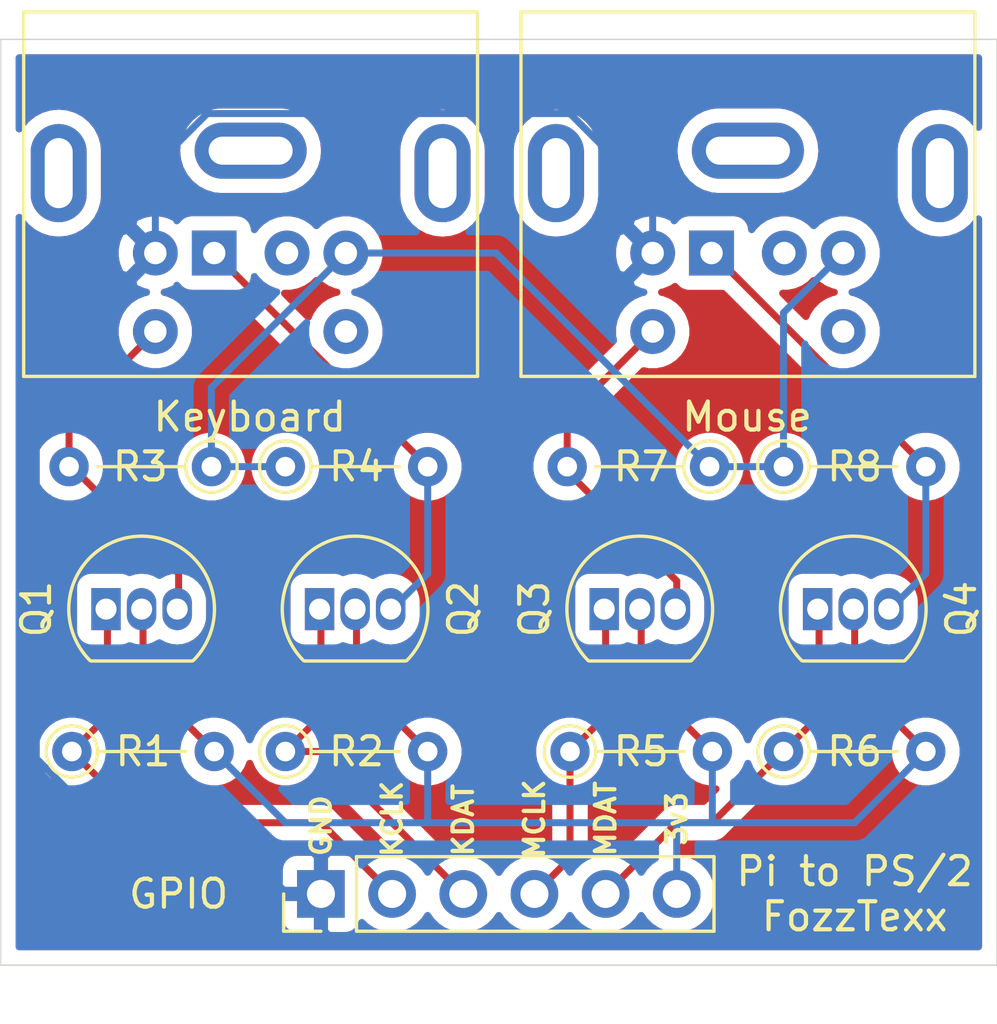
<source format=kicad_pcb>
(kicad_pcb (version 20171130) (host pcbnew "(5.1.6-0-10_14)")

  (general
    (thickness 1.6)
    (drawings 14)
    (tracks 67)
    (zones 0)
    (modules 15)
    (nets 16)
  )

  (page A4)
  (layers
    (0 F.Cu signal)
    (31 B.Cu signal)
    (32 B.Adhes user)
    (33 F.Adhes user)
    (34 B.Paste user)
    (35 F.Paste user)
    (36 B.SilkS user)
    (37 F.SilkS user)
    (38 B.Mask user)
    (39 F.Mask user)
    (40 Dwgs.User user)
    (41 Cmts.User user)
    (42 Eco1.User user)
    (43 Eco2.User user)
    (44 Edge.Cuts user)
    (45 Margin user hide)
    (46 B.CrtYd user hide)
    (47 F.CrtYd user)
    (48 B.Fab user hide)
    (49 F.Fab user hide)
  )

  (setup
    (last_trace_width 0.25)
    (trace_clearance 0.2)
    (zone_clearance 0.508)
    (zone_45_only no)
    (trace_min 0.2)
    (via_size 0.8)
    (via_drill 0.4)
    (via_min_size 0.4)
    (via_min_drill 0.3)
    (uvia_size 0.3)
    (uvia_drill 0.1)
    (uvias_allowed no)
    (uvia_min_size 0.2)
    (uvia_min_drill 0.1)
    (edge_width 0.05)
    (segment_width 0.2)
    (pcb_text_width 0.3)
    (pcb_text_size 1.5 1.5)
    (mod_edge_width 0.12)
    (mod_text_size 1 1)
    (mod_text_width 0.15)
    (pad_size 1.524 1.524)
    (pad_drill 0.762)
    (pad_to_mask_clearance 0.05)
    (aux_axis_origin 0 0)
    (visible_elements FFFFFF7F)
    (pcbplotparams
      (layerselection 0x010fc_ffffffff)
      (usegerberextensions false)
      (usegerberattributes true)
      (usegerberadvancedattributes true)
      (creategerberjobfile true)
      (excludeedgelayer true)
      (linewidth 0.100000)
      (plotframeref false)
      (viasonmask false)
      (mode 1)
      (useauxorigin false)
      (hpglpennumber 1)
      (hpglpenspeed 20)
      (hpglpendiameter 15.000000)
      (psnegative false)
      (psa4output false)
      (plotreference true)
      (plotvalue true)
      (plotinvisibletext false)
      (padsonsilk false)
      (subtractmaskfromsilk false)
      (outputformat 1)
      (mirror false)
      (drillshape 1)
      (scaleselection 1)
      (outputdirectory ""))
  )

  (net 0 "")
  (net 1 /GND)
  (net 2 /CLK_K)
  (net 3 /DATA_K)
  (net 4 /CLK_M)
  (net 5 /DATA_M)
  (net 6 /3v3)
  (net 7 /KBDCLK)
  (net 8 "Net-(J2-Pad2)")
  (net 9 /5V)
  (net 10 /KBDDATA)
  (net 11 "Net-(J2-Pad6)")
  (net 12 "Net-(J3-Pad6)")
  (net 13 /MOUDATA)
  (net 14 "Net-(J3-Pad2)")
  (net 15 /MOUCLK)

  (net_class Default "This is the default net class."
    (clearance 0.2)
    (trace_width 0.25)
    (via_dia 0.8)
    (via_drill 0.4)
    (uvia_dia 0.3)
    (uvia_drill 0.1)
    (add_net /3v3)
    (add_net /5V)
    (add_net /CLK_K)
    (add_net /CLK_M)
    (add_net /DATA_K)
    (add_net /DATA_M)
    (add_net /GND)
    (add_net /KBDCLK)
    (add_net /KBDDATA)
    (add_net /MOUCLK)
    (add_net /MOUDATA)
    (add_net "Net-(J2-Pad2)")
    (add_net "Net-(J2-Pad6)")
    (add_net "Net-(J3-Pad2)")
    (add_net "Net-(J3-Pad6)")
  )

  (module Custom_Footprints:Connector_Mini-DIN_Female_6Pin_2rows (layer F.Cu) (tedit 58E946D2) (tstamp 5F47D138)
    (at 124.46 76.2 180)
    (descr "A footprint for the generic 6 pin Mini-DIN through hole connector with shell.")
    (tags "mini din 6pin connector socket")
    (path /5F46B3F1)
    (fp_text reference Keyboard (at -1.27 -5.842) (layer F.SilkS)
      (effects (font (size 1 1) (thickness 0.15)))
    )
    (fp_text value Keyboard (at -0.03 10.15) (layer F.Fab)
      (effects (font (size 1 1) (thickness 0.15)))
    )
    (fp_line (start 6.7 -4.3) (end 6.7 8.5) (layer F.Fab) (width 0.1))
    (fp_line (start 6.7 8.5) (end -9.3 8.5) (layer F.Fab) (width 0.1))
    (fp_line (start -9.3 8.5) (end -9.3 -4.3) (layer F.Fab) (width 0.1))
    (fp_line (start -9.3 -4.3) (end 6.7 -4.3) (layer F.Fab) (width 0.1))
    (fp_line (start 6.8 -4.4) (end 6.8 8.6) (layer F.SilkS) (width 0.12))
    (fp_line (start -9.4 -4.4) (end -9.4 8.6) (layer F.SilkS) (width 0.12))
    (fp_line (start -9.4 -4.4) (end 6.8 -4.4) (layer F.SilkS) (width 0.12))
    (fp_line (start -9.4 8.6) (end 6.8 8.6) (layer F.SilkS) (width 0.12))
    (fp_line (start -9.81 -5.05) (end 7.19 -5.05) (layer F.CrtYd) (width 0.05))
    (fp_line (start -9.81 -5.05) (end -9.81 9) (layer F.CrtYd) (width 0.05))
    (fp_line (start 7.19 9) (end 7.19 -5.05) (layer F.CrtYd) (width 0.05))
    (fp_line (start 7.19 9) (end -9.81 9) (layer F.CrtYd) (width 0.05))
    (fp_text user %R (at -1.27 -6.35) (layer F.Fab)
      (effects (font (size 1 1) (thickness 0.15)))
    )
    (pad 7 thru_hole oval (at -8.15 2.85 180) (size 2 3.5) (drill oval 1 2.5) (layers *.Cu *.Mask))
    (pad 7 thru_hole oval (at 5.55 2.85 180) (size 2 3.5) (drill oval 1 2.5) (layers *.Cu *.Mask))
    (pad 1 thru_hole rect (at 0 0 180) (size 1.6 1.6) (drill 0.8) (layers *.Cu *.Mask)
      (net 7 /KBDCLK))
    (pad 2 thru_hole circle (at -2.6 0 180) (size 1.6 1.6) (drill 0.8) (layers *.Cu *.Mask)
      (net 8 "Net-(J2-Pad2)"))
    (pad 3 thru_hole circle (at 2.1 0 180) (size 1.6 1.6) (drill 0.8) (layers *.Cu *.Mask)
      (net 1 /GND))
    (pad 4 thru_hole circle (at -4.7 0 180) (size 1.6 1.6) (drill 0.8) (layers *.Cu *.Mask)
      (net 9 /5V))
    (pad 5 thru_hole circle (at 2.1 -2.8 180) (size 1.6 1.6) (drill 0.8) (layers *.Cu *.Mask)
      (net 10 /KBDDATA))
    (pad 6 thru_hole circle (at -4.7 -2.8 180) (size 1.6 1.6) (drill 0.8) (layers *.Cu *.Mask)
      (net 11 "Net-(J2-Pad6)"))
    (pad 7 thru_hole oval (at -1.3 3.65 180) (size 4 2) (drill oval 3 1) (layers *.Cu *.Mask))
  )

  (module Package_TO_SOT_THT:TO-92_Inline (layer F.Cu) (tedit 5A1DD157) (tstamp 5F47DB67)
    (at 120.6 88.9)
    (descr "TO-92 leads in-line, narrow, oval pads, drill 0.75mm (see NXP sot054_po.pdf)")
    (tags "to-92 sc-43 sc-43a sot54 PA33 transistor")
    (path /5F46DCA8)
    (fp_text reference Q1 (at -2.49 0 90) (layer F.SilkS)
      (effects (font (size 1 1) (thickness 0.15)))
    )
    (fp_text value 2N7000 (at 1.27 2.79) (layer F.Fab)
      (effects (font (size 1 1) (thickness 0.15)))
    )
    (fp_line (start -0.53 1.85) (end 3.07 1.85) (layer F.SilkS) (width 0.12))
    (fp_line (start -0.5 1.75) (end 3 1.75) (layer F.Fab) (width 0.1))
    (fp_line (start -1.46 -2.73) (end 4 -2.73) (layer F.CrtYd) (width 0.05))
    (fp_line (start -1.46 -2.73) (end -1.46 2.01) (layer F.CrtYd) (width 0.05))
    (fp_line (start 4 2.01) (end 4 -2.73) (layer F.CrtYd) (width 0.05))
    (fp_line (start 4 2.01) (end -1.46 2.01) (layer F.CrtYd) (width 0.05))
    (fp_text user %R (at 1.27 -3.56) (layer F.Fab)
      (effects (font (size 1 1) (thickness 0.15)))
    )
    (fp_arc (start 1.27 0) (end 1.27 -2.48) (angle 135) (layer F.Fab) (width 0.1))
    (fp_arc (start 1.27 0) (end 1.27 -2.6) (angle -135) (layer F.SilkS) (width 0.12))
    (fp_arc (start 1.27 0) (end 1.27 -2.48) (angle -135) (layer F.Fab) (width 0.1))
    (fp_arc (start 1.27 0) (end 1.27 -2.6) (angle 135) (layer F.SilkS) (width 0.12))
    (pad 2 thru_hole oval (at 1.27 0) (size 1.05 1.5) (drill 0.75) (layers *.Cu *.Mask)
      (net 6 /3v3))
    (pad 3 thru_hole oval (at 2.54 0) (size 1.05 1.5) (drill 0.75) (layers *.Cu *.Mask)
      (net 10 /KBDDATA))
    (pad 1 thru_hole rect (at 0 0) (size 1.05 1.5) (drill 0.75) (layers *.Cu *.Mask)
      (net 2 /CLK_K))
    (model ${KISYS3DMOD}/Package_TO_SOT_THT.3dshapes/TO-92_Inline.wrl
      (at (xyz 0 0 0))
      (scale (xyz 1 1 1))
      (rotate (xyz 0 0 0))
    )
  )

  (module Resistor_THT:R_Axial_DIN0204_L3.6mm_D1.6mm_P5.08mm_Vertical (layer F.Cu) (tedit 5AE5139B) (tstamp 5F47E366)
    (at 119.38 93.98)
    (descr "Resistor, Axial_DIN0204 series, Axial, Vertical, pin pitch=5.08mm, 0.167W, length*diameter=3.6*1.6mm^2, http://cdn-reichelt.de/documents/datenblatt/B400/1_4W%23YAG.pdf")
    (tags "Resistor Axial_DIN0204 series Axial Vertical pin pitch 5.08mm 0.167W length 3.6mm diameter 1.6mm")
    (path /5F471900)
    (fp_text reference R1 (at 2.54 0) (layer F.SilkS)
      (effects (font (size 1 1) (thickness 0.15)))
    )
    (fp_text value 10k (at 2.54 1.92) (layer F.Fab)
      (effects (font (size 1 1) (thickness 0.15)))
    )
    (fp_line (start 6.03 -1.05) (end -1.05 -1.05) (layer F.CrtYd) (width 0.05))
    (fp_line (start 6.03 1.05) (end 6.03 -1.05) (layer F.CrtYd) (width 0.05))
    (fp_line (start -1.05 1.05) (end 6.03 1.05) (layer F.CrtYd) (width 0.05))
    (fp_line (start -1.05 -1.05) (end -1.05 1.05) (layer F.CrtYd) (width 0.05))
    (fp_line (start 0.92 0) (end 4.08 0) (layer F.SilkS) (width 0.12))
    (fp_line (start 0 0) (end 5.08 0) (layer F.Fab) (width 0.1))
    (fp_circle (center 0 0) (end 0.92 0) (layer F.SilkS) (width 0.12))
    (fp_circle (center 0 0) (end 0.8 0) (layer F.Fab) (width 0.1))
    (fp_text user %R (at 2.54 -1.92) (layer F.Fab)
      (effects (font (size 1 1) (thickness 0.15)))
    )
    (pad 2 thru_hole oval (at 5.08 0) (size 1.4 1.4) (drill 0.7) (layers *.Cu *.Mask)
      (net 6 /3v3))
    (pad 1 thru_hole circle (at 0 0) (size 1.4 1.4) (drill 0.7) (layers *.Cu *.Mask)
      (net 2 /CLK_K))
    (model ${KISYS3DMOD}/Resistor_THT.3dshapes/R_Axial_DIN0204_L3.6mm_D1.6mm_P5.08mm_Vertical.wrl
      (at (xyz 0 0 0))
      (scale (xyz 1 1 1))
      (rotate (xyz 0 0 0))
    )
  )

  (module Resistor_THT:R_Axial_DIN0204_L3.6mm_D1.6mm_P5.08mm_Vertical (layer F.Cu) (tedit 5AE5139B) (tstamp 5F47E4CF)
    (at 124.36 83.82 180)
    (descr "Resistor, Axial_DIN0204 series, Axial, Vertical, pin pitch=5.08mm, 0.167W, length*diameter=3.6*1.6mm^2, http://cdn-reichelt.de/documents/datenblatt/B400/1_4W%23YAG.pdf")
    (tags "Resistor Axial_DIN0204 series Axial Vertical pin pitch 5.08mm 0.167W length 3.6mm diameter 1.6mm")
    (path /5F46FC6A)
    (fp_text reference R3 (at 2.54 0) (layer F.SilkS)
      (effects (font (size 1 1) (thickness 0.15)))
    )
    (fp_text value 10k (at 2.54 1.92) (layer F.Fab)
      (effects (font (size 1 1) (thickness 0.15)))
    )
    (fp_circle (center 0 0) (end 0.8 0) (layer F.Fab) (width 0.1))
    (fp_circle (center 0 0) (end 0.92 0) (layer F.SilkS) (width 0.12))
    (fp_line (start 0 0) (end 5.08 0) (layer F.Fab) (width 0.1))
    (fp_line (start 0.92 0) (end 4.08 0) (layer F.SilkS) (width 0.12))
    (fp_line (start -1.05 -1.05) (end -1.05 1.05) (layer F.CrtYd) (width 0.05))
    (fp_line (start -1.05 1.05) (end 6.03 1.05) (layer F.CrtYd) (width 0.05))
    (fp_line (start 6.03 1.05) (end 6.03 -1.05) (layer F.CrtYd) (width 0.05))
    (fp_line (start 6.03 -1.05) (end -1.05 -1.05) (layer F.CrtYd) (width 0.05))
    (fp_text user %R (at 2.54 -1.92) (layer F.Fab)
      (effects (font (size 1 1) (thickness 0.15)))
    )
    (pad 1 thru_hole circle (at 0 0 180) (size 1.4 1.4) (drill 0.7) (layers *.Cu *.Mask)
      (net 9 /5V))
    (pad 2 thru_hole oval (at 5.08 0 180) (size 1.4 1.4) (drill 0.7) (layers *.Cu *.Mask)
      (net 10 /KBDDATA))
    (model ${KISYS3DMOD}/Resistor_THT.3dshapes/R_Axial_DIN0204_L3.6mm_D1.6mm_P5.08mm_Vertical.wrl
      (at (xyz 0 0 0))
      (scale (xyz 1 1 1))
      (rotate (xyz 0 0 0))
    )
  )

  (module Package_TO_SOT_THT:TO-92_Inline (layer F.Cu) (tedit 5A1DD157) (tstamp 5F47D0CA)
    (at 138.38 88.9)
    (descr "TO-92 leads in-line, narrow, oval pads, drill 0.75mm (see NXP sot054_po.pdf)")
    (tags "to-92 sc-43 sc-43a sot54 PA33 transistor")
    (path /5F48E17E)
    (fp_text reference Q3 (at -2.49 0 90) (layer F.SilkS)
      (effects (font (size 1 1) (thickness 0.15)))
    )
    (fp_text value 2N7000 (at 1.27 2.79) (layer F.Fab)
      (effects (font (size 1 1) (thickness 0.15)))
    )
    (fp_line (start 4 2.01) (end -1.46 2.01) (layer F.CrtYd) (width 0.05))
    (fp_line (start 4 2.01) (end 4 -2.73) (layer F.CrtYd) (width 0.05))
    (fp_line (start -1.46 -2.73) (end -1.46 2.01) (layer F.CrtYd) (width 0.05))
    (fp_line (start -1.46 -2.73) (end 4 -2.73) (layer F.CrtYd) (width 0.05))
    (fp_line (start -0.5 1.75) (end 3 1.75) (layer F.Fab) (width 0.1))
    (fp_line (start -0.53 1.85) (end 3.07 1.85) (layer F.SilkS) (width 0.12))
    (fp_arc (start 1.27 0) (end 1.27 -2.6) (angle 135) (layer F.SilkS) (width 0.12))
    (fp_arc (start 1.27 0) (end 1.27 -2.48) (angle -135) (layer F.Fab) (width 0.1))
    (fp_arc (start 1.27 0) (end 1.27 -2.6) (angle -135) (layer F.SilkS) (width 0.12))
    (fp_arc (start 1.27 0) (end 1.27 -2.48) (angle 135) (layer F.Fab) (width 0.1))
    (fp_text user %R (at 1.27 -3.56) (layer F.Fab)
      (effects (font (size 1 1) (thickness 0.15)))
    )
    (pad 1 thru_hole rect (at 0 0) (size 1.05 1.5) (drill 0.75) (layers *.Cu *.Mask)
      (net 4 /CLK_M))
    (pad 3 thru_hole oval (at 2.54 0) (size 1.05 1.5) (drill 0.75) (layers *.Cu *.Mask)
      (net 13 /MOUDATA))
    (pad 2 thru_hole oval (at 1.27 0) (size 1.05 1.5) (drill 0.75) (layers *.Cu *.Mask)
      (net 6 /3v3))
    (model ${KISYS3DMOD}/Package_TO_SOT_THT.3dshapes/TO-92_Inline.wrl
      (at (xyz 0 0 0))
      (scale (xyz 1 1 1))
      (rotate (xyz 0 0 0))
    )
  )

  (module Connector_PinHeader_2.54mm:PinHeader_1x06_P2.54mm_Vertical (layer F.Cu) (tedit 59FED5CC) (tstamp 5F47D370)
    (at 128.27 99.06 90)
    (descr "Through hole straight pin header, 1x06, 2.54mm pitch, single row")
    (tags "Through hole pin header THT 1x06 2.54mm single row")
    (path /5F46A44B)
    (fp_text reference GPIO (at 0 -5.08 180) (layer F.SilkS)
      (effects (font (size 1 1) (thickness 0.15)))
    )
    (fp_text value GPIO (at 0 15.03 90) (layer F.Fab)
      (effects (font (size 1 1) (thickness 0.15)))
    )
    (fp_line (start -0.635 -1.27) (end 1.27 -1.27) (layer F.Fab) (width 0.1))
    (fp_line (start 1.27 -1.27) (end 1.27 13.97) (layer F.Fab) (width 0.1))
    (fp_line (start 1.27 13.97) (end -1.27 13.97) (layer F.Fab) (width 0.1))
    (fp_line (start -1.27 13.97) (end -1.27 -0.635) (layer F.Fab) (width 0.1))
    (fp_line (start -1.27 -0.635) (end -0.635 -1.27) (layer F.Fab) (width 0.1))
    (fp_line (start -1.33 14.03) (end 1.33 14.03) (layer F.SilkS) (width 0.12))
    (fp_line (start -1.33 1.27) (end -1.33 14.03) (layer F.SilkS) (width 0.12))
    (fp_line (start 1.33 1.27) (end 1.33 14.03) (layer F.SilkS) (width 0.12))
    (fp_line (start -1.33 1.27) (end 1.33 1.27) (layer F.SilkS) (width 0.12))
    (fp_line (start -1.33 0) (end -1.33 -1.33) (layer F.SilkS) (width 0.12))
    (fp_line (start -1.33 -1.33) (end 0 -1.33) (layer F.SilkS) (width 0.12))
    (fp_line (start -1.8 -1.8) (end -1.8 14.5) (layer F.CrtYd) (width 0.05))
    (fp_line (start -1.8 14.5) (end 1.8 14.5) (layer F.CrtYd) (width 0.05))
    (fp_line (start 1.8 14.5) (end 1.8 -1.8) (layer F.CrtYd) (width 0.05))
    (fp_line (start 1.8 -1.8) (end -1.8 -1.8) (layer F.CrtYd) (width 0.05))
    (fp_text user %R (at -3.81 6.35) (layer F.Fab)
      (effects (font (size 1 1) (thickness 0.15)))
    )
    (pad 1 thru_hole rect (at 0 0 90) (size 1.7 1.7) (drill 1) (layers *.Cu *.Mask)
      (net 1 /GND))
    (pad 2 thru_hole oval (at 0 2.54 90) (size 1.7 1.7) (drill 1) (layers *.Cu *.Mask)
      (net 2 /CLK_K))
    (pad 3 thru_hole oval (at 0 5.08 90) (size 1.7 1.7) (drill 1) (layers *.Cu *.Mask)
      (net 3 /DATA_K))
    (pad 4 thru_hole oval (at 0 7.62 90) (size 1.7 1.7) (drill 1) (layers *.Cu *.Mask)
      (net 4 /CLK_M))
    (pad 5 thru_hole oval (at 0 10.16 90) (size 1.7 1.7) (drill 1) (layers *.Cu *.Mask)
      (net 5 /DATA_M))
    (pad 6 thru_hole oval (at 0 12.7 90) (size 1.7 1.7) (drill 1) (layers *.Cu *.Mask)
      (net 6 /3v3))
    (model ${KISYS3DMOD}/Connector_PinHeader_2.54mm.3dshapes/PinHeader_1x06_P2.54mm_Vertical.wrl
      (at (xyz 0 0 0))
      (scale (xyz 1 1 1))
      (rotate (xyz 0 0 0))
    )
  )

  (module Custom_Footprints:Connector_Mini-DIN_Female_6Pin_2rows (layer F.Cu) (tedit 58E946D2) (tstamp 5F47DDD6)
    (at 142.21 76.2 180)
    (descr "A footprint for the generic 6 pin Mini-DIN through hole connector with shell.")
    (tags "mini din 6pin connector socket")
    (path /5F46DA3A)
    (fp_text reference Mouse (at -1.27 -5.842) (layer F.SilkS)
      (effects (font (size 1 1) (thickness 0.15)))
    )
    (fp_text value Mouse (at -0.03 10.15) (layer F.Fab)
      (effects (font (size 1 1) (thickness 0.15)))
    )
    (fp_line (start 7.19 9) (end -9.81 9) (layer F.CrtYd) (width 0.05))
    (fp_line (start 7.19 9) (end 7.19 -5.05) (layer F.CrtYd) (width 0.05))
    (fp_line (start -9.81 -5.05) (end -9.81 9) (layer F.CrtYd) (width 0.05))
    (fp_line (start -9.81 -5.05) (end 7.19 -5.05) (layer F.CrtYd) (width 0.05))
    (fp_line (start -9.4 8.6) (end 6.8 8.6) (layer F.SilkS) (width 0.12))
    (fp_line (start -9.4 -4.4) (end 6.8 -4.4) (layer F.SilkS) (width 0.12))
    (fp_line (start -9.4 -4.4) (end -9.4 8.6) (layer F.SilkS) (width 0.12))
    (fp_line (start 6.8 -4.4) (end 6.8 8.6) (layer F.SilkS) (width 0.12))
    (fp_line (start -9.3 -4.3) (end 6.7 -4.3) (layer F.Fab) (width 0.1))
    (fp_line (start -9.3 8.5) (end -9.3 -4.3) (layer F.Fab) (width 0.1))
    (fp_line (start 6.7 8.5) (end -9.3 8.5) (layer F.Fab) (width 0.1))
    (fp_line (start 6.7 -4.3) (end 6.7 8.5) (layer F.Fab) (width 0.1))
    (fp_text user %R (at -1.27 -6.35) (layer F.Fab)
      (effects (font (size 1 1) (thickness 0.15)))
    )
    (pad 7 thru_hole oval (at -1.3 3.65 180) (size 4 2) (drill oval 3 1) (layers *.Cu *.Mask))
    (pad 6 thru_hole circle (at -4.7 -2.8 180) (size 1.6 1.6) (drill 0.8) (layers *.Cu *.Mask)
      (net 12 "Net-(J3-Pad6)"))
    (pad 5 thru_hole circle (at 2.1 -2.8 180) (size 1.6 1.6) (drill 0.8) (layers *.Cu *.Mask)
      (net 13 /MOUDATA))
    (pad 4 thru_hole circle (at -4.7 0 180) (size 1.6 1.6) (drill 0.8) (layers *.Cu *.Mask)
      (net 9 /5V))
    (pad 3 thru_hole circle (at 2.1 0 180) (size 1.6 1.6) (drill 0.8) (layers *.Cu *.Mask)
      (net 1 /GND))
    (pad 2 thru_hole circle (at -2.6 0 180) (size 1.6 1.6) (drill 0.8) (layers *.Cu *.Mask)
      (net 14 "Net-(J3-Pad2)"))
    (pad 1 thru_hole rect (at 0 0 180) (size 1.6 1.6) (drill 0.8) (layers *.Cu *.Mask)
      (net 15 /MOUCLK))
    (pad 7 thru_hole oval (at 5.55 2.85 180) (size 2 3.5) (drill oval 1 2.5) (layers *.Cu *.Mask))
    (pad 7 thru_hole oval (at -8.15 2.85 180) (size 2 3.5) (drill oval 1 2.5) (layers *.Cu *.Mask))
  )

  (module Package_TO_SOT_THT:TO-92_Inline (layer F.Cu) (tedit 5A1DD157) (tstamp 5F47D281)
    (at 128.22 88.9)
    (descr "TO-92 leads in-line, narrow, oval pads, drill 0.75mm (see NXP sot054_po.pdf)")
    (tags "to-92 sc-43 sc-43a sot54 PA33 transistor")
    (path /5F493E04)
    (fp_text reference Q2 (at 5.13 0 90) (layer F.SilkS)
      (effects (font (size 1 1) (thickness 0.15)))
    )
    (fp_text value 2N7000 (at 1.27 2.79) (layer F.Fab)
      (effects (font (size 1 1) (thickness 0.15)))
    )
    (fp_line (start -0.53 1.85) (end 3.07 1.85) (layer F.SilkS) (width 0.12))
    (fp_line (start -0.5 1.75) (end 3 1.75) (layer F.Fab) (width 0.1))
    (fp_line (start -1.46 -2.73) (end 4 -2.73) (layer F.CrtYd) (width 0.05))
    (fp_line (start -1.46 -2.73) (end -1.46 2.01) (layer F.CrtYd) (width 0.05))
    (fp_line (start 4 2.01) (end 4 -2.73) (layer F.CrtYd) (width 0.05))
    (fp_line (start 4 2.01) (end -1.46 2.01) (layer F.CrtYd) (width 0.05))
    (fp_text user %R (at 1.27 -3.56) (layer F.Fab)
      (effects (font (size 1 1) (thickness 0.15)))
    )
    (fp_arc (start 1.27 0) (end 1.27 -2.48) (angle 135) (layer F.Fab) (width 0.1))
    (fp_arc (start 1.27 0) (end 1.27 -2.6) (angle -135) (layer F.SilkS) (width 0.12))
    (fp_arc (start 1.27 0) (end 1.27 -2.48) (angle -135) (layer F.Fab) (width 0.1))
    (fp_arc (start 1.27 0) (end 1.27 -2.6) (angle 135) (layer F.SilkS) (width 0.12))
    (pad 2 thru_hole oval (at 1.27 0) (size 1.05 1.5) (drill 0.75) (layers *.Cu *.Mask)
      (net 6 /3v3))
    (pad 3 thru_hole oval (at 2.54 0) (size 1.05 1.5) (drill 0.75) (layers *.Cu *.Mask)
      (net 7 /KBDCLK))
    (pad 1 thru_hole rect (at 0 0) (size 1.05 1.5) (drill 0.75) (layers *.Cu *.Mask)
      (net 3 /DATA_K))
    (model ${KISYS3DMOD}/Package_TO_SOT_THT.3dshapes/TO-92_Inline.wrl
      (at (xyz 0 0 0))
      (scale (xyz 1 1 1))
      (rotate (xyz 0 0 0))
    )
  )

  (module Package_TO_SOT_THT:TO-92_Inline (layer F.Cu) (tedit 5A1DD157) (tstamp 5F47D064)
    (at 146 88.9)
    (descr "TO-92 leads in-line, narrow, oval pads, drill 0.75mm (see NXP sot054_po.pdf)")
    (tags "to-92 sc-43 sc-43a sot54 PA33 transistor")
    (path /5F497176)
    (fp_text reference Q4 (at 5.13 0 90) (layer F.SilkS)
      (effects (font (size 1 1) (thickness 0.15)))
    )
    (fp_text value 2N7000 (at 1.27 2.79) (layer F.Fab)
      (effects (font (size 1 1) (thickness 0.15)))
    )
    (fp_line (start 4 2.01) (end -1.46 2.01) (layer F.CrtYd) (width 0.05))
    (fp_line (start 4 2.01) (end 4 -2.73) (layer F.CrtYd) (width 0.05))
    (fp_line (start -1.46 -2.73) (end -1.46 2.01) (layer F.CrtYd) (width 0.05))
    (fp_line (start -1.46 -2.73) (end 4 -2.73) (layer F.CrtYd) (width 0.05))
    (fp_line (start -0.5 1.75) (end 3 1.75) (layer F.Fab) (width 0.1))
    (fp_line (start -0.53 1.85) (end 3.07 1.85) (layer F.SilkS) (width 0.12))
    (fp_arc (start 1.27 0) (end 1.27 -2.6) (angle 135) (layer F.SilkS) (width 0.12))
    (fp_arc (start 1.27 0) (end 1.27 -2.48) (angle -135) (layer F.Fab) (width 0.1))
    (fp_arc (start 1.27 0) (end 1.27 -2.6) (angle -135) (layer F.SilkS) (width 0.12))
    (fp_arc (start 1.27 0) (end 1.27 -2.48) (angle 135) (layer F.Fab) (width 0.1))
    (fp_text user %R (at 1.27 -3.56) (layer F.Fab)
      (effects (font (size 1 1) (thickness 0.15)))
    )
    (pad 1 thru_hole rect (at 0 0) (size 1.05 1.5) (drill 0.75) (layers *.Cu *.Mask)
      (net 5 /DATA_M))
    (pad 3 thru_hole oval (at 2.54 0) (size 1.05 1.5) (drill 0.75) (layers *.Cu *.Mask)
      (net 15 /MOUCLK))
    (pad 2 thru_hole oval (at 1.27 0) (size 1.05 1.5) (drill 0.75) (layers *.Cu *.Mask)
      (net 6 /3v3))
    (model ${KISYS3DMOD}/Package_TO_SOT_THT.3dshapes/TO-92_Inline.wrl
      (at (xyz 0 0 0))
      (scale (xyz 1 1 1))
      (rotate (xyz 0 0 0))
    )
  )

  (module Resistor_THT:R_Axial_DIN0204_L3.6mm_D1.6mm_P5.08mm_Vertical (layer F.Cu) (tedit 5AE5139B) (tstamp 5F47CFE3)
    (at 137.16 93.98)
    (descr "Resistor, Axial_DIN0204 series, Axial, Vertical, pin pitch=5.08mm, 0.167W, length*diameter=3.6*1.6mm^2, http://cdn-reichelt.de/documents/datenblatt/B400/1_4W%23YAG.pdf")
    (tags "Resistor Axial_DIN0204 series Axial Vertical pin pitch 5.08mm 0.167W length 3.6mm diameter 1.6mm")
    (path /5F48E18A)
    (fp_text reference R5 (at 2.54 0) (layer F.SilkS)
      (effects (font (size 1 1) (thickness 0.15)))
    )
    (fp_text value 10k (at 2.54 1.92) (layer F.Fab)
      (effects (font (size 1 1) (thickness 0.15)))
    )
    (fp_line (start 6.03 -1.05) (end -1.05 -1.05) (layer F.CrtYd) (width 0.05))
    (fp_line (start 6.03 1.05) (end 6.03 -1.05) (layer F.CrtYd) (width 0.05))
    (fp_line (start -1.05 1.05) (end 6.03 1.05) (layer F.CrtYd) (width 0.05))
    (fp_line (start -1.05 -1.05) (end -1.05 1.05) (layer F.CrtYd) (width 0.05))
    (fp_line (start 0.92 0) (end 4.08 0) (layer F.SilkS) (width 0.12))
    (fp_line (start 0 0) (end 5.08 0) (layer F.Fab) (width 0.1))
    (fp_circle (center 0 0) (end 0.92 0) (layer F.SilkS) (width 0.12))
    (fp_circle (center 0 0) (end 0.8 0) (layer F.Fab) (width 0.1))
    (fp_text user %R (at 2.54 -1.92) (layer F.Fab)
      (effects (font (size 1 1) (thickness 0.15)))
    )
    (pad 2 thru_hole oval (at 5.08 0) (size 1.4 1.4) (drill 0.7) (layers *.Cu *.Mask)
      (net 6 /3v3))
    (pad 1 thru_hole circle (at 0 0) (size 1.4 1.4) (drill 0.7) (layers *.Cu *.Mask)
      (net 4 /CLK_M))
    (model ${KISYS3DMOD}/Resistor_THT.3dshapes/R_Axial_DIN0204_L3.6mm_D1.6mm_P5.08mm_Vertical.wrl
      (at (xyz 0 0 0))
      (scale (xyz 1 1 1))
      (rotate (xyz 0 0 0))
    )
  )

  (module Resistor_THT:R_Axial_DIN0204_L3.6mm_D1.6mm_P5.08mm_Vertical (layer F.Cu) (tedit 5AE5139B) (tstamp 5F47DA56)
    (at 142.14 83.82 180)
    (descr "Resistor, Axial_DIN0204 series, Axial, Vertical, pin pitch=5.08mm, 0.167W, length*diameter=3.6*1.6mm^2, http://cdn-reichelt.de/documents/datenblatt/B400/1_4W%23YAG.pdf")
    (tags "Resistor Axial_DIN0204 series Axial Vertical pin pitch 5.08mm 0.167W length 3.6mm diameter 1.6mm")
    (path /5F48E184)
    (fp_text reference R7 (at 2.44 0) (layer F.SilkS)
      (effects (font (size 1 1) (thickness 0.15)))
    )
    (fp_text value 10k (at 2.54 1.92) (layer F.Fab)
      (effects (font (size 1 1) (thickness 0.15)))
    )
    (fp_circle (center 0 0) (end 0.8 0) (layer F.Fab) (width 0.1))
    (fp_circle (center 0 0) (end 0.92 0) (layer F.SilkS) (width 0.12))
    (fp_line (start 0 0) (end 5.08 0) (layer F.Fab) (width 0.1))
    (fp_line (start 0.92 0) (end 4.08 0) (layer F.SilkS) (width 0.12))
    (fp_line (start -1.05 -1.05) (end -1.05 1.05) (layer F.CrtYd) (width 0.05))
    (fp_line (start -1.05 1.05) (end 6.03 1.05) (layer F.CrtYd) (width 0.05))
    (fp_line (start 6.03 1.05) (end 6.03 -1.05) (layer F.CrtYd) (width 0.05))
    (fp_line (start 6.03 -1.05) (end -1.05 -1.05) (layer F.CrtYd) (width 0.05))
    (fp_text user %R (at 2.54 -1.92) (layer F.Fab)
      (effects (font (size 1 1) (thickness 0.15)))
    )
    (pad 1 thru_hole circle (at 0 0 180) (size 1.4 1.4) (drill 0.7) (layers *.Cu *.Mask)
      (net 9 /5V))
    (pad 2 thru_hole oval (at 5.08 0 180) (size 1.4 1.4) (drill 0.7) (layers *.Cu *.Mask)
      (net 13 /MOUDATA))
    (model ${KISYS3DMOD}/Resistor_THT.3dshapes/R_Axial_DIN0204_L3.6mm_D1.6mm_P5.08mm_Vertical.wrl
      (at (xyz 0 0 0))
      (scale (xyz 1 1 1))
      (rotate (xyz 0 0 0))
    )
  )

  (module Resistor_THT:R_Axial_DIN0204_L3.6mm_D1.6mm_P5.08mm_Vertical (layer F.Cu) (tedit 5AE5139B) (tstamp 5F47D2CE)
    (at 127 93.98)
    (descr "Resistor, Axial_DIN0204 series, Axial, Vertical, pin pitch=5.08mm, 0.167W, length*diameter=3.6*1.6mm^2, http://cdn-reichelt.de/documents/datenblatt/B400/1_4W%23YAG.pdf")
    (tags "Resistor Axial_DIN0204 series Axial Vertical pin pitch 5.08mm 0.167W length 3.6mm diameter 1.6mm")
    (path /5F493E10)
    (fp_text reference R2 (at 2.54 0) (layer F.SilkS)
      (effects (font (size 1 1) (thickness 0.15)))
    )
    (fp_text value 10k (at 2.54 1.92) (layer F.Fab)
      (effects (font (size 1 1) (thickness 0.15)))
    )
    (fp_line (start 6.03 -1.05) (end -1.05 -1.05) (layer F.CrtYd) (width 0.05))
    (fp_line (start 6.03 1.05) (end 6.03 -1.05) (layer F.CrtYd) (width 0.05))
    (fp_line (start -1.05 1.05) (end 6.03 1.05) (layer F.CrtYd) (width 0.05))
    (fp_line (start -1.05 -1.05) (end -1.05 1.05) (layer F.CrtYd) (width 0.05))
    (fp_line (start 0.92 0) (end 4.08 0) (layer F.SilkS) (width 0.12))
    (fp_line (start 0 0) (end 5.08 0) (layer F.Fab) (width 0.1))
    (fp_circle (center 0 0) (end 0.92 0) (layer F.SilkS) (width 0.12))
    (fp_circle (center 0 0) (end 0.8 0) (layer F.Fab) (width 0.1))
    (fp_text user %R (at 2.54 -1.92) (layer F.Fab)
      (effects (font (size 1 1) (thickness 0.15)))
    )
    (pad 2 thru_hole oval (at 5.08 0) (size 1.4 1.4) (drill 0.7) (layers *.Cu *.Mask)
      (net 6 /3v3))
    (pad 1 thru_hole circle (at 0 0) (size 1.4 1.4) (drill 0.7) (layers *.Cu *.Mask)
      (net 3 /DATA_K))
    (model ${KISYS3DMOD}/Resistor_THT.3dshapes/R_Axial_DIN0204_L3.6mm_D1.6mm_P5.08mm_Vertical.wrl
      (at (xyz 0 0 0))
      (scale (xyz 1 1 1))
      (rotate (xyz 0 0 0))
    )
  )

  (module Resistor_THT:R_Axial_DIN0204_L3.6mm_D1.6mm_P5.08mm_Vertical (layer F.Cu) (tedit 5AE5139B) (tstamp 5F47D00D)
    (at 144.78 93.98)
    (descr "Resistor, Axial_DIN0204 series, Axial, Vertical, pin pitch=5.08mm, 0.167W, length*diameter=3.6*1.6mm^2, http://cdn-reichelt.de/documents/datenblatt/B400/1_4W%23YAG.pdf")
    (tags "Resistor Axial_DIN0204 series Axial Vertical pin pitch 5.08mm 0.167W length 3.6mm diameter 1.6mm")
    (path /5F497182)
    (fp_text reference R6 (at 2.54 0) (layer F.SilkS)
      (effects (font (size 1 1) (thickness 0.15)))
    )
    (fp_text value 10k (at 2.54 1.92) (layer F.Fab)
      (effects (font (size 1 1) (thickness 0.15)))
    )
    (fp_line (start 6.03 -1.05) (end -1.05 -1.05) (layer F.CrtYd) (width 0.05))
    (fp_line (start 6.03 1.05) (end 6.03 -1.05) (layer F.CrtYd) (width 0.05))
    (fp_line (start -1.05 1.05) (end 6.03 1.05) (layer F.CrtYd) (width 0.05))
    (fp_line (start -1.05 -1.05) (end -1.05 1.05) (layer F.CrtYd) (width 0.05))
    (fp_line (start 0.92 0) (end 4.08 0) (layer F.SilkS) (width 0.12))
    (fp_line (start 0 0) (end 5.08 0) (layer F.Fab) (width 0.1))
    (fp_circle (center 0 0) (end 0.92 0) (layer F.SilkS) (width 0.12))
    (fp_circle (center 0 0) (end 0.8 0) (layer F.Fab) (width 0.1))
    (fp_text user %R (at 2.54 -1.92) (layer F.Fab)
      (effects (font (size 1 1) (thickness 0.15)))
    )
    (pad 2 thru_hole oval (at 5.08 0) (size 1.4 1.4) (drill 0.7) (layers *.Cu *.Mask)
      (net 6 /3v3))
    (pad 1 thru_hole circle (at 0 0) (size 1.4 1.4) (drill 0.7) (layers *.Cu *.Mask)
      (net 5 /DATA_M))
    (model ${KISYS3DMOD}/Resistor_THT.3dshapes/R_Axial_DIN0204_L3.6mm_D1.6mm_P5.08mm_Vertical.wrl
      (at (xyz 0 0 0))
      (scale (xyz 1 1 1))
      (rotate (xyz 0 0 0))
    )
  )

  (module Resistor_THT:R_Axial_DIN0204_L3.6mm_D1.6mm_P5.08mm_Vertical (layer F.Cu) (tedit 5AE5139B) (tstamp 5F47E4A5)
    (at 127 83.82)
    (descr "Resistor, Axial_DIN0204 series, Axial, Vertical, pin pitch=5.08mm, 0.167W, length*diameter=3.6*1.6mm^2, http://cdn-reichelt.de/documents/datenblatt/B400/1_4W%23YAG.pdf")
    (tags "Resistor Axial_DIN0204 series Axial Vertical pin pitch 5.08mm 0.167W length 3.6mm diameter 1.6mm")
    (path /5F493E0A)
    (fp_text reference R4 (at 2.54 0) (layer F.SilkS)
      (effects (font (size 1 1) (thickness 0.15)))
    )
    (fp_text value 10k (at 2.54 1.92) (layer F.Fab)
      (effects (font (size 1 1) (thickness 0.15)))
    )
    (fp_circle (center 0 0) (end 0.8 0) (layer F.Fab) (width 0.1))
    (fp_circle (center 0 0) (end 0.92 0) (layer F.SilkS) (width 0.12))
    (fp_line (start 0 0) (end 5.08 0) (layer F.Fab) (width 0.1))
    (fp_line (start 0.92 0) (end 4.08 0) (layer F.SilkS) (width 0.12))
    (fp_line (start -1.05 -1.05) (end -1.05 1.05) (layer F.CrtYd) (width 0.05))
    (fp_line (start -1.05 1.05) (end 6.03 1.05) (layer F.CrtYd) (width 0.05))
    (fp_line (start 6.03 1.05) (end 6.03 -1.05) (layer F.CrtYd) (width 0.05))
    (fp_line (start 6.03 -1.05) (end -1.05 -1.05) (layer F.CrtYd) (width 0.05))
    (fp_text user %R (at 2.54 -1.92) (layer F.Fab)
      (effects (font (size 1 1) (thickness 0.15)))
    )
    (pad 1 thru_hole circle (at 0 0) (size 1.4 1.4) (drill 0.7) (layers *.Cu *.Mask)
      (net 9 /5V))
    (pad 2 thru_hole oval (at 5.08 0) (size 1.4 1.4) (drill 0.7) (layers *.Cu *.Mask)
      (net 7 /KBDCLK))
    (model ${KISYS3DMOD}/Resistor_THT.3dshapes/R_Axial_DIN0204_L3.6mm_D1.6mm_P5.08mm_Vertical.wrl
      (at (xyz 0 0 0))
      (scale (xyz 1 1 1))
      (rotate (xyz 0 0 0))
    )
  )

  (module Resistor_THT:R_Axial_DIN0204_L3.6mm_D1.6mm_P5.08mm_Vertical (layer F.Cu) (tedit 5AE5139B) (tstamp 5F47CF11)
    (at 144.78 83.82)
    (descr "Resistor, Axial_DIN0204 series, Axial, Vertical, pin pitch=5.08mm, 0.167W, length*diameter=3.6*1.6mm^2, http://cdn-reichelt.de/documents/datenblatt/B400/1_4W%23YAG.pdf")
    (tags "Resistor Axial_DIN0204 series Axial Vertical pin pitch 5.08mm 0.167W length 3.6mm diameter 1.6mm")
    (path /5F49717C)
    (fp_text reference R8 (at 2.54 0) (layer F.SilkS)
      (effects (font (size 1 1) (thickness 0.15)))
    )
    (fp_text value 10k (at 2.54 1.92) (layer F.Fab)
      (effects (font (size 1 1) (thickness 0.15)))
    )
    (fp_circle (center 0 0) (end 0.8 0) (layer F.Fab) (width 0.1))
    (fp_circle (center 0 0) (end 0.92 0) (layer F.SilkS) (width 0.12))
    (fp_line (start 0 0) (end 5.08 0) (layer F.Fab) (width 0.1))
    (fp_line (start 0.92 0) (end 4.08 0) (layer F.SilkS) (width 0.12))
    (fp_line (start -1.05 -1.05) (end -1.05 1.05) (layer F.CrtYd) (width 0.05))
    (fp_line (start -1.05 1.05) (end 6.03 1.05) (layer F.CrtYd) (width 0.05))
    (fp_line (start 6.03 1.05) (end 6.03 -1.05) (layer F.CrtYd) (width 0.05))
    (fp_line (start 6.03 -1.05) (end -1.05 -1.05) (layer F.CrtYd) (width 0.05))
    (fp_text user %R (at 2.54 -1.92) (layer F.Fab)
      (effects (font (size 1 1) (thickness 0.15)))
    )
    (pad 1 thru_hole circle (at 0 0) (size 1.4 1.4) (drill 0.7) (layers *.Cu *.Mask)
      (net 9 /5V))
    (pad 2 thru_hole oval (at 5.08 0) (size 1.4 1.4) (drill 0.7) (layers *.Cu *.Mask)
      (net 15 /MOUCLK))
    (model ${KISYS3DMOD}/Resistor_THT.3dshapes/R_Axial_DIN0204_L3.6mm_D1.6mm_P5.08mm_Vertical.wrl
      (at (xyz 0 0 0))
      (scale (xyz 1 1 1))
      (rotate (xyz 0 0 0))
    )
  )

  (gr_text "Pi to PS/2\nFozzTexx" (at 147.32 99.06) (layer F.SilkS)
    (effects (font (size 1 1) (thickness 0.15)))
  )
  (gr_text MDAT (at 138.43 97.79 90) (layer F.SilkS) (tstamp 5F47E67A)
    (effects (font (size 0.7 0.7) (thickness 0.15)) (justify left))
  )
  (gr_text 3v3 (at 140.97 96.381667 90) (layer F.SilkS) (tstamp 5F47E679)
    (effects (font (size 0.7 0.7) (thickness 0.15)))
  )
  (gr_text KDAT (at 133.35 97.79 90) (layer F.SilkS) (tstamp 5F47E67A)
    (effects (font (size 0.7 0.7) (thickness 0.15)) (justify left))
  )
  (gr_text MCLK (at 135.89 96.381667 90) (layer F.SilkS) (tstamp 5F47E679)
    (effects (font (size 0.7 0.7) (thickness 0.15)))
  )
  (gr_text KCLK (at 130.81 96.381667 90) (layer F.SilkS)
    (effects (font (size 0.7 0.7) (thickness 0.15)))
  )
  (gr_text GND (at 128.27 97.79 90) (layer F.SilkS)
    (effects (font (size 0.7 0.7) (thickness 0.15)) (justify left))
  )
  (gr_line (start 116.84 68.58) (end 116.84 69.85) (layer Edge.Cuts) (width 0.05) (tstamp 5F47E051))
  (gr_line (start 152.4 68.58) (end 116.84 68.58) (layer Edge.Cuts) (width 0.05))
  (gr_line (start 152.4 69.85) (end 152.4 68.58) (layer Edge.Cuts) (width 0.05))
  (gr_line (start 116.84 69.85) (end 116.84 71.12) (layer Edge.Cuts) (width 0.05) (tstamp 5F47DFE6))
  (gr_line (start 152.4 101.6) (end 152.4 69.85) (layer Edge.Cuts) (width 0.05))
  (gr_line (start 116.84 101.6) (end 152.4 101.6) (layer Edge.Cuts) (width 0.05))
  (gr_line (start 116.84 71.12) (end 116.84 101.6) (layer Edge.Cuts) (width 0.05))

  (segment (start 122.36 73.076153) (end 122.36 76.2) (width 0.25) (layer B.Cu) (net 1))
  (segment (start 124.211163 71.22499) (end 122.36 73.076153) (width 0.25) (layer B.Cu) (net 1))
  (segment (start 137.158837 71.22499) (end 124.211163 71.22499) (width 0.25) (layer B.Cu) (net 1))
  (segment (start 140.11 74.176153) (end 137.158837 71.22499) (width 0.25) (layer B.Cu) (net 1))
  (segment (start 140.11 76.2) (end 140.11 74.176153) (width 0.25) (layer B.Cu) (net 1))
  (segment (start 122.36 76.2) (end 118.11 80.45) (width 0.25) (layer B.Cu) (net 1))
  (segment (start 122.942998 99.06) (end 128.27 99.06) (width 0.25) (layer B.Cu) (net 1))
  (segment (start 118.11 94.227002) (end 122.942998 99.06) (width 0.25) (layer B.Cu) (net 1))
  (segment (start 118.11 80.45) (end 118.11 94.227002) (width 0.25) (layer B.Cu) (net 1))
  (segment (start 119.38 93.98) (end 121.92 96.52) (width 0.25) (layer F.Cu) (net 2))
  (segment (start 128.27 96.52) (end 130.81 99.06) (width 0.25) (layer F.Cu) (net 2))
  (segment (start 121.92 96.52) (end 128.27 96.52) (width 0.25) (layer F.Cu) (net 2))
  (segment (start 120.65 92.71) (end 119.38 93.98) (width 0.25) (layer F.Cu) (net 2))
  (segment (start 120.65 88.9) (end 120.65 92.71) (width 0.25) (layer F.Cu) (net 2))
  (segment (start 128.27 93.98) (end 133.35 99.06) (width 0.25) (layer F.Cu) (net 3))
  (segment (start 127 93.98) (end 128.27 93.98) (width 0.25) (layer F.Cu) (net 3))
  (segment (start 128.27 92.71) (end 127 93.98) (width 0.25) (layer F.Cu) (net 3))
  (segment (start 128.27 88.9) (end 128.27 92.71) (width 0.25) (layer F.Cu) (net 3))
  (segment (start 137.16 97.79) (end 135.89 99.06) (width 0.25) (layer F.Cu) (net 4))
  (segment (start 137.16 93.98) (end 137.16 97.79) (width 0.25) (layer F.Cu) (net 4))
  (segment (start 138.43 92.71) (end 137.16 93.98) (width 0.25) (layer F.Cu) (net 4))
  (segment (start 138.43 88.9) (end 138.43 92.71) (width 0.25) (layer F.Cu) (net 4))
  (segment (start 138.43 99.06) (end 140.97 96.52) (width 0.25) (layer F.Cu) (net 5))
  (segment (start 142.24 96.52) (end 144.78 93.98) (width 0.25) (layer F.Cu) (net 5))
  (segment (start 140.97 96.52) (end 142.24 96.52) (width 0.25) (layer F.Cu) (net 5))
  (segment (start 146.05 92.71) (end 144.78 93.98) (width 0.25) (layer F.Cu) (net 5))
  (segment (start 146.05 88.9) (end 146.05 92.71) (width 0.25) (layer F.Cu) (net 5))
  (segment (start 129.54 91.44) (end 132.08 93.98) (width 0.25) (layer F.Cu) (net 6))
  (segment (start 129.54 88.9) (end 129.54 91.44) (width 0.25) (layer F.Cu) (net 6))
  (segment (start 121.92 91.44) (end 124.46 93.98) (width 0.25) (layer F.Cu) (net 6))
  (segment (start 121.92 88.9) (end 121.92 91.44) (width 0.25) (layer F.Cu) (net 6))
  (segment (start 147.32 91.44) (end 149.86 93.98) (width 0.25) (layer F.Cu) (net 6))
  (segment (start 147.32 88.9) (end 147.32 91.44) (width 0.25) (layer F.Cu) (net 6))
  (segment (start 139.7 88.9) (end 139.7 91.44) (width 0.25) (layer F.Cu) (net 6))
  (segment (start 139.7 91.44) (end 142.24 93.98) (width 0.25) (layer F.Cu) (net 6))
  (segment (start 124.46 93.98) (end 127 96.52) (width 0.25) (layer B.Cu) (net 6))
  (segment (start 147.32 96.52) (end 149.86 93.98) (width 0.25) (layer B.Cu) (net 6))
  (segment (start 142.24 93.98) (end 142.24 96.52) (width 0.25) (layer B.Cu) (net 6))
  (segment (start 132.08 96.52) (end 132.08 93.98) (width 0.25) (layer B.Cu) (net 6))
  (segment (start 127 96.52) (end 132.08 96.52) (width 0.25) (layer B.Cu) (net 6))
  (segment (start 140.97 99.06) (end 140.97 96.52) (width 0.25) (layer B.Cu) (net 6))
  (segment (start 140.97 96.52) (end 147.32 96.52) (width 0.25) (layer B.Cu) (net 6))
  (segment (start 132.08 96.52) (end 140.97 96.52) (width 0.25) (layer B.Cu) (net 6))
  (segment (start 132.08 87.63) (end 130.81 88.9) (width 0.25) (layer B.Cu) (net 7))
  (segment (start 132.08 83.82) (end 132.08 87.63) (width 0.25) (layer B.Cu) (net 7))
  (segment (start 132.08 83.82) (end 124.46 76.2) (width 0.25) (layer F.Cu) (net 7))
  (segment (start 124.46 83.82) (end 127 83.82) (width 0.25) (layer B.Cu) (net 9))
  (segment (start 142.24 83.82) (end 144.78 83.82) (width 0.25) (layer B.Cu) (net 9))
  (segment (start 124.36 81) (end 129.16 76.2) (width 0.25) (layer B.Cu) (net 9))
  (segment (start 124.36 83.82) (end 124.36 81) (width 0.25) (layer B.Cu) (net 9))
  (segment (start 134.52 76.2) (end 142.14 83.82) (width 0.25) (layer B.Cu) (net 9))
  (segment (start 129.16 76.2) (end 134.52 76.2) (width 0.25) (layer B.Cu) (net 9))
  (segment (start 144.78 78.33) (end 146.91 76.2) (width 0.25) (layer B.Cu) (net 9))
  (segment (start 144.78 83.82) (end 144.78 78.33) (width 0.25) (layer B.Cu) (net 9))
  (segment (start 123.19 87.63) (end 123.19 88.9) (width 0.25) (layer F.Cu) (net 10))
  (segment (start 119.38 83.82) (end 123.19 87.63) (width 0.25) (layer F.Cu) (net 10))
  (segment (start 119.28 82.08) (end 122.36 79) (width 0.25) (layer F.Cu) (net 10))
  (segment (start 119.28 83.82) (end 119.28 82.08) (width 0.25) (layer F.Cu) (net 10))
  (segment (start 137.16 84.09) (end 137.16 83.82) (width 0.25) (layer F.Cu) (net 13))
  (segment (start 140.97 87.9) (end 137.16 84.09) (width 0.25) (layer F.Cu) (net 13))
  (segment (start 140.97 88.9) (end 140.97 87.9) (width 0.25) (layer F.Cu) (net 13))
  (segment (start 137.06 82.05) (end 140.11 79) (width 0.25) (layer F.Cu) (net 13))
  (segment (start 137.06 83.82) (end 137.06 82.05) (width 0.25) (layer F.Cu) (net 13))
  (segment (start 149.86 87.63) (end 148.59 88.9) (width 0.25) (layer B.Cu) (net 15))
  (segment (start 149.86 83.82) (end 149.86 87.63) (width 0.25) (layer B.Cu) (net 15))
  (segment (start 142.24 76.2) (end 142.21 76.2) (width 0.25) (layer F.Cu) (net 15))
  (segment (start 149.86 83.82) (end 142.24 76.2) (width 0.25) (layer F.Cu) (net 15))

  (zone (net 1) (net_name /GND) (layer B.Cu) (tstamp 0) (hatch edge 0.508)
    (connect_pads (clearance 0.508))
    (min_thickness 0.254)
    (fill yes (arc_segments 32) (thermal_gap 0.508) (thermal_bridge_width 0.508))
    (polygon
      (pts
        (xy 152.4 101.6) (xy 116.84 101.6) (xy 116.84 68.58) (xy 152.4 68.58)
      )
    )
    (filled_polygon
      (pts
        (xy 151.74 69.882418) (xy 151.740001 69.882428) (xy 151.740001 71.713384) (xy 151.726031 71.687248) (xy 151.521714 71.438286)
        (xy 151.272752 71.233969) (xy 150.988715 71.082148) (xy 150.680516 70.988657) (xy 150.36 70.957089) (xy 150.039485 70.988657)
        (xy 149.731286 71.082148) (xy 149.447249 71.233969) (xy 149.198287 71.438286) (xy 148.99397 71.687248) (xy 148.842149 71.971285)
        (xy 148.748657 72.279484) (xy 148.725 72.519678) (xy 148.725 74.180321) (xy 148.748657 74.420515) (xy 148.842148 74.728714)
        (xy 148.993969 75.012751) (xy 149.198286 75.261714) (xy 149.447248 75.466031) (xy 149.731285 75.617852) (xy 150.039484 75.711343)
        (xy 150.36 75.742911) (xy 150.680515 75.711343) (xy 150.988714 75.617852) (xy 151.272751 75.466031) (xy 151.521714 75.261714)
        (xy 151.726031 75.012752) (xy 151.740001 74.986616) (xy 151.74 100.94) (xy 117.5 100.94) (xy 117.5 99.91)
        (xy 126.781928 99.91) (xy 126.794188 100.034482) (xy 126.830498 100.15418) (xy 126.889463 100.264494) (xy 126.968815 100.361185)
        (xy 127.065506 100.440537) (xy 127.17582 100.499502) (xy 127.295518 100.535812) (xy 127.42 100.548072) (xy 127.98425 100.545)
        (xy 128.143 100.38625) (xy 128.143 99.187) (xy 126.94375 99.187) (xy 126.785 99.34575) (xy 126.781928 99.91)
        (xy 117.5 99.91) (xy 117.5 98.21) (xy 126.781928 98.21) (xy 126.785 98.77425) (xy 126.94375 98.933)
        (xy 128.143 98.933) (xy 128.143 97.73375) (xy 127.98425 97.575) (xy 127.42 97.571928) (xy 127.295518 97.584188)
        (xy 127.17582 97.620498) (xy 127.065506 97.679463) (xy 126.968815 97.758815) (xy 126.889463 97.855506) (xy 126.830498 97.96582)
        (xy 126.794188 98.085518) (xy 126.781928 98.21) (xy 117.5 98.21) (xy 117.5 93.848514) (xy 118.045 93.848514)
        (xy 118.045 94.111486) (xy 118.096304 94.369405) (xy 118.196939 94.612359) (xy 118.343038 94.831013) (xy 118.528987 95.016962)
        (xy 118.747641 95.163061) (xy 118.990595 95.263696) (xy 119.248514 95.315) (xy 119.511486 95.315) (xy 119.769405 95.263696)
        (xy 120.012359 95.163061) (xy 120.231013 95.016962) (xy 120.416962 94.831013) (xy 120.563061 94.612359) (xy 120.663696 94.369405)
        (xy 120.715 94.111486) (xy 120.715 93.848514) (xy 123.125 93.848514) (xy 123.125 94.111486) (xy 123.176304 94.369405)
        (xy 123.276939 94.612359) (xy 123.423038 94.831013) (xy 123.608987 95.016962) (xy 123.827641 95.163061) (xy 124.070595 95.263696)
        (xy 124.328514 95.315) (xy 124.591486 95.315) (xy 124.698843 95.293645) (xy 126.436205 97.031008) (xy 126.459999 97.060001)
        (xy 126.488992 97.083795) (xy 126.488996 97.083799) (xy 126.559685 97.141811) (xy 126.575724 97.154974) (xy 126.707753 97.225546)
        (xy 126.851014 97.269003) (xy 126.962667 97.28) (xy 126.962676 97.28) (xy 126.999999 97.283676) (xy 127.037322 97.28)
        (xy 132.042667 97.28) (xy 132.08 97.283677) (xy 132.117333 97.28) (xy 140.210001 97.28) (xy 140.210001 97.781821)
        (xy 140.023368 97.906525) (xy 139.816525 98.113368) (xy 139.7 98.28776) (xy 139.583475 98.113368) (xy 139.376632 97.906525)
        (xy 139.133411 97.74401) (xy 138.863158 97.632068) (xy 138.57626 97.575) (xy 138.28374 97.575) (xy 137.996842 97.632068)
        (xy 137.726589 97.74401) (xy 137.483368 97.906525) (xy 137.276525 98.113368) (xy 137.16 98.28776) (xy 137.043475 98.113368)
        (xy 136.836632 97.906525) (xy 136.593411 97.74401) (xy 136.323158 97.632068) (xy 136.03626 97.575) (xy 135.74374 97.575)
        (xy 135.456842 97.632068) (xy 135.186589 97.74401) (xy 134.943368 97.906525) (xy 134.736525 98.113368) (xy 134.62 98.28776)
        (xy 134.503475 98.113368) (xy 134.296632 97.906525) (xy 134.053411 97.74401) (xy 133.783158 97.632068) (xy 133.49626 97.575)
        (xy 133.20374 97.575) (xy 132.916842 97.632068) (xy 132.646589 97.74401) (xy 132.403368 97.906525) (xy 132.196525 98.113368)
        (xy 132.08 98.28776) (xy 131.963475 98.113368) (xy 131.756632 97.906525) (xy 131.513411 97.74401) (xy 131.243158 97.632068)
        (xy 130.95626 97.575) (xy 130.66374 97.575) (xy 130.376842 97.632068) (xy 130.106589 97.74401) (xy 129.863368 97.906525)
        (xy 129.731513 98.03838) (xy 129.709502 97.96582) (xy 129.650537 97.855506) (xy 129.571185 97.758815) (xy 129.474494 97.679463)
        (xy 129.36418 97.620498) (xy 129.244482 97.584188) (xy 129.12 97.571928) (xy 128.55575 97.575) (xy 128.397 97.73375)
        (xy 128.397 98.933) (xy 128.417 98.933) (xy 128.417 99.187) (xy 128.397 99.187) (xy 128.397 100.38625)
        (xy 128.55575 100.545) (xy 129.12 100.548072) (xy 129.244482 100.535812) (xy 129.36418 100.499502) (xy 129.474494 100.440537)
        (xy 129.571185 100.361185) (xy 129.650537 100.264494) (xy 129.709502 100.15418) (xy 129.731513 100.08162) (xy 129.863368 100.213475)
        (xy 130.106589 100.37599) (xy 130.376842 100.487932) (xy 130.66374 100.545) (xy 130.95626 100.545) (xy 131.243158 100.487932)
        (xy 131.513411 100.37599) (xy 131.756632 100.213475) (xy 131.963475 100.006632) (xy 132.08 99.83224) (xy 132.196525 100.006632)
        (xy 132.403368 100.213475) (xy 132.646589 100.37599) (xy 132.916842 100.487932) (xy 133.20374 100.545) (xy 133.49626 100.545)
        (xy 133.783158 100.487932) (xy 134.053411 100.37599) (xy 134.296632 100.213475) (xy 134.503475 100.006632) (xy 134.62 99.83224)
        (xy 134.736525 100.006632) (xy 134.943368 100.213475) (xy 135.186589 100.37599) (xy 135.456842 100.487932) (xy 135.74374 100.545)
        (xy 136.03626 100.545) (xy 136.323158 100.487932) (xy 136.593411 100.37599) (xy 136.836632 100.213475) (xy 137.043475 100.006632)
        (xy 137.16 99.83224) (xy 137.276525 100.006632) (xy 137.483368 100.213475) (xy 137.726589 100.37599) (xy 137.996842 100.487932)
        (xy 138.28374 100.545) (xy 138.57626 100.545) (xy 138.863158 100.487932) (xy 139.133411 100.37599) (xy 139.376632 100.213475)
        (xy 139.583475 100.006632) (xy 139.7 99.83224) (xy 139.816525 100.006632) (xy 140.023368 100.213475) (xy 140.266589 100.37599)
        (xy 140.536842 100.487932) (xy 140.82374 100.545) (xy 141.11626 100.545) (xy 141.403158 100.487932) (xy 141.673411 100.37599)
        (xy 141.916632 100.213475) (xy 142.123475 100.006632) (xy 142.28599 99.763411) (xy 142.397932 99.493158) (xy 142.455 99.20626)
        (xy 142.455 98.91374) (xy 142.397932 98.626842) (xy 142.28599 98.356589) (xy 142.123475 98.113368) (xy 141.916632 97.906525)
        (xy 141.73 97.781822) (xy 141.73 97.28) (xy 142.202667 97.28) (xy 142.24 97.283677) (xy 142.277333 97.28)
        (xy 147.282678 97.28) (xy 147.32 97.283676) (xy 147.357322 97.28) (xy 147.357333 97.28) (xy 147.468986 97.269003)
        (xy 147.612247 97.225546) (xy 147.744276 97.154974) (xy 147.860001 97.060001) (xy 147.883804 97.030997) (xy 149.621157 95.293645)
        (xy 149.728514 95.315) (xy 149.991486 95.315) (xy 150.249405 95.263696) (xy 150.492359 95.163061) (xy 150.711013 95.016962)
        (xy 150.896962 94.831013) (xy 151.043061 94.612359) (xy 151.143696 94.369405) (xy 151.195 94.111486) (xy 151.195 93.848514)
        (xy 151.143696 93.590595) (xy 151.043061 93.347641) (xy 150.896962 93.128987) (xy 150.711013 92.943038) (xy 150.492359 92.796939)
        (xy 150.249405 92.696304) (xy 149.991486 92.645) (xy 149.728514 92.645) (xy 149.470595 92.696304) (xy 149.227641 92.796939)
        (xy 149.008987 92.943038) (xy 148.823038 93.128987) (xy 148.676939 93.347641) (xy 148.576304 93.590595) (xy 148.525 93.848514)
        (xy 148.525 94.111486) (xy 148.546355 94.218843) (xy 147.005199 95.76) (xy 143 95.76) (xy 143 95.077775)
        (xy 143.091013 95.016962) (xy 143.276962 94.831013) (xy 143.423061 94.612359) (xy 143.51 94.40247) (xy 143.596939 94.612359)
        (xy 143.743038 94.831013) (xy 143.928987 95.016962) (xy 144.147641 95.163061) (xy 144.390595 95.263696) (xy 144.648514 95.315)
        (xy 144.911486 95.315) (xy 145.169405 95.263696) (xy 145.412359 95.163061) (xy 145.631013 95.016962) (xy 145.816962 94.831013)
        (xy 145.963061 94.612359) (xy 146.063696 94.369405) (xy 146.115 94.111486) (xy 146.115 93.848514) (xy 146.063696 93.590595)
        (xy 145.963061 93.347641) (xy 145.816962 93.128987) (xy 145.631013 92.943038) (xy 145.412359 92.796939) (xy 145.169405 92.696304)
        (xy 144.911486 92.645) (xy 144.648514 92.645) (xy 144.390595 92.696304) (xy 144.147641 92.796939) (xy 143.928987 92.943038)
        (xy 143.743038 93.128987) (xy 143.596939 93.347641) (xy 143.51 93.55753) (xy 143.423061 93.347641) (xy 143.276962 93.128987)
        (xy 143.091013 92.943038) (xy 142.872359 92.796939) (xy 142.629405 92.696304) (xy 142.371486 92.645) (xy 142.108514 92.645)
        (xy 141.850595 92.696304) (xy 141.607641 92.796939) (xy 141.388987 92.943038) (xy 141.203038 93.128987) (xy 141.056939 93.347641)
        (xy 140.956304 93.590595) (xy 140.905 93.848514) (xy 140.905 94.111486) (xy 140.956304 94.369405) (xy 141.056939 94.612359)
        (xy 141.203038 94.831013) (xy 141.388987 95.016962) (xy 141.48 95.077775) (xy 141.480001 95.76) (xy 141.007333 95.76)
        (xy 140.97 95.756323) (xy 140.932667 95.76) (xy 132.84 95.76) (xy 132.84 95.077775) (xy 132.931013 95.016962)
        (xy 133.116962 94.831013) (xy 133.263061 94.612359) (xy 133.363696 94.369405) (xy 133.415 94.111486) (xy 133.415 93.848514)
        (xy 135.825 93.848514) (xy 135.825 94.111486) (xy 135.876304 94.369405) (xy 135.976939 94.612359) (xy 136.123038 94.831013)
        (xy 136.308987 95.016962) (xy 136.527641 95.163061) (xy 136.770595 95.263696) (xy 137.028514 95.315) (xy 137.291486 95.315)
        (xy 137.549405 95.263696) (xy 137.792359 95.163061) (xy 138.011013 95.016962) (xy 138.196962 94.831013) (xy 138.343061 94.612359)
        (xy 138.443696 94.369405) (xy 138.495 94.111486) (xy 138.495 93.848514) (xy 138.443696 93.590595) (xy 138.343061 93.347641)
        (xy 138.196962 93.128987) (xy 138.011013 92.943038) (xy 137.792359 92.796939) (xy 137.549405 92.696304) (xy 137.291486 92.645)
        (xy 137.028514 92.645) (xy 136.770595 92.696304) (xy 136.527641 92.796939) (xy 136.308987 92.943038) (xy 136.123038 93.128987)
        (xy 135.976939 93.347641) (xy 135.876304 93.590595) (xy 135.825 93.848514) (xy 133.415 93.848514) (xy 133.363696 93.590595)
        (xy 133.263061 93.347641) (xy 133.116962 93.128987) (xy 132.931013 92.943038) (xy 132.712359 92.796939) (xy 132.469405 92.696304)
        (xy 132.211486 92.645) (xy 131.948514 92.645) (xy 131.690595 92.696304) (xy 131.447641 92.796939) (xy 131.228987 92.943038)
        (xy 131.043038 93.128987) (xy 130.896939 93.347641) (xy 130.796304 93.590595) (xy 130.745 93.848514) (xy 130.745 94.111486)
        (xy 130.796304 94.369405) (xy 130.896939 94.612359) (xy 131.043038 94.831013) (xy 131.228987 95.016962) (xy 131.320001 95.077775)
        (xy 131.32 95.76) (xy 127.314803 95.76) (xy 126.869802 95.315) (xy 127.131486 95.315) (xy 127.389405 95.263696)
        (xy 127.632359 95.163061) (xy 127.851013 95.016962) (xy 128.036962 94.831013) (xy 128.183061 94.612359) (xy 128.283696 94.369405)
        (xy 128.335 94.111486) (xy 128.335 93.848514) (xy 128.283696 93.590595) (xy 128.183061 93.347641) (xy 128.036962 93.128987)
        (xy 127.851013 92.943038) (xy 127.632359 92.796939) (xy 127.389405 92.696304) (xy 127.131486 92.645) (xy 126.868514 92.645)
        (xy 126.610595 92.696304) (xy 126.367641 92.796939) (xy 126.148987 92.943038) (xy 125.963038 93.128987) (xy 125.816939 93.347641)
        (xy 125.73 93.55753) (xy 125.643061 93.347641) (xy 125.496962 93.128987) (xy 125.311013 92.943038) (xy 125.092359 92.796939)
        (xy 124.849405 92.696304) (xy 124.591486 92.645) (xy 124.328514 92.645) (xy 124.070595 92.696304) (xy 123.827641 92.796939)
        (xy 123.608987 92.943038) (xy 123.423038 93.128987) (xy 123.276939 93.347641) (xy 123.176304 93.590595) (xy 123.125 93.848514)
        (xy 120.715 93.848514) (xy 120.663696 93.590595) (xy 120.563061 93.347641) (xy 120.416962 93.128987) (xy 120.231013 92.943038)
        (xy 120.012359 92.796939) (xy 119.769405 92.696304) (xy 119.511486 92.645) (xy 119.248514 92.645) (xy 118.990595 92.696304)
        (xy 118.747641 92.796939) (xy 118.528987 92.943038) (xy 118.343038 93.128987) (xy 118.196939 93.347641) (xy 118.096304 93.590595)
        (xy 118.045 93.848514) (xy 117.5 93.848514) (xy 117.5 88.15) (xy 119.436928 88.15) (xy 119.436928 89.65)
        (xy 119.449188 89.774482) (xy 119.485498 89.89418) (xy 119.544463 90.004494) (xy 119.623815 90.101185) (xy 119.720506 90.180537)
        (xy 119.83082 90.239502) (xy 119.950518 90.275812) (xy 120.075 90.288072) (xy 121.125 90.288072) (xy 121.249482 90.275812)
        (xy 121.36918 90.239502) (xy 121.433902 90.204907) (xy 121.642601 90.268215) (xy 121.87 90.290612) (xy 122.0974 90.268215)
        (xy 122.31606 90.201885) (xy 122.505001 90.100894) (xy 122.693941 90.201885) (xy 122.912601 90.268215) (xy 123.14 90.290612)
        (xy 123.3674 90.268215) (xy 123.58606 90.201885) (xy 123.787579 90.094171) (xy 123.964212 89.949212) (xy 124.109171 89.772579)
        (xy 124.216885 89.571059) (xy 124.283215 89.352399) (xy 124.3 89.181978) (xy 124.3 88.618021) (xy 124.283215 88.4476)
        (xy 124.216885 88.22894) (xy 124.174691 88.15) (xy 127.056928 88.15) (xy 127.056928 89.65) (xy 127.069188 89.774482)
        (xy 127.105498 89.89418) (xy 127.164463 90.004494) (xy 127.243815 90.101185) (xy 127.340506 90.180537) (xy 127.45082 90.239502)
        (xy 127.570518 90.275812) (xy 127.695 90.288072) (xy 128.745 90.288072) (xy 128.869482 90.275812) (xy 128.98918 90.239502)
        (xy 129.053902 90.204907) (xy 129.262601 90.268215) (xy 129.49 90.290612) (xy 129.7174 90.268215) (xy 129.93606 90.201885)
        (xy 130.125001 90.100894) (xy 130.313941 90.201885) (xy 130.532601 90.268215) (xy 130.76 90.290612) (xy 130.9874 90.268215)
        (xy 131.20606 90.201885) (xy 131.407579 90.094171) (xy 131.584212 89.949212) (xy 131.729171 89.772579) (xy 131.836885 89.571059)
        (xy 131.903215 89.352399) (xy 131.92 89.181978) (xy 131.92 88.864801) (xy 132.591003 88.193799) (xy 132.620001 88.170001)
        (xy 132.636415 88.15) (xy 137.216928 88.15) (xy 137.216928 89.65) (xy 137.229188 89.774482) (xy 137.265498 89.89418)
        (xy 137.324463 90.004494) (xy 137.403815 90.101185) (xy 137.500506 90.180537) (xy 137.61082 90.239502) (xy 137.730518 90.275812)
        (xy 137.855 90.288072) (xy 138.905 90.288072) (xy 139.029482 90.275812) (xy 139.14918 90.239502) (xy 139.213902 90.204907)
        (xy 139.422601 90.268215) (xy 139.65 90.290612) (xy 139.8774 90.268215) (xy 140.09606 90.201885) (xy 140.285001 90.100894)
        (xy 140.473941 90.201885) (xy 140.692601 90.268215) (xy 140.92 90.290612) (xy 141.1474 90.268215) (xy 141.36606 90.201885)
        (xy 141.567579 90.094171) (xy 141.744212 89.949212) (xy 141.889171 89.772579) (xy 141.996885 89.571059) (xy 142.063215 89.352399)
        (xy 142.08 89.181978) (xy 142.08 88.618021) (xy 142.063215 88.4476) (xy 141.996885 88.22894) (xy 141.954691 88.15)
        (xy 144.836928 88.15) (xy 144.836928 89.65) (xy 144.849188 89.774482) (xy 144.885498 89.89418) (xy 144.944463 90.004494)
        (xy 145.023815 90.101185) (xy 145.120506 90.180537) (xy 145.23082 90.239502) (xy 145.350518 90.275812) (xy 145.475 90.288072)
        (xy 146.525 90.288072) (xy 146.649482 90.275812) (xy 146.76918 90.239502) (xy 146.833902 90.204907) (xy 147.042601 90.268215)
        (xy 147.27 90.290612) (xy 147.4974 90.268215) (xy 147.71606 90.201885) (xy 147.905001 90.100894) (xy 148.093941 90.201885)
        (xy 148.312601 90.268215) (xy 148.54 90.290612) (xy 148.7674 90.268215) (xy 148.98606 90.201885) (xy 149.187579 90.094171)
        (xy 149.364212 89.949212) (xy 149.509171 89.772579) (xy 149.616885 89.571059) (xy 149.683215 89.352399) (xy 149.7 89.181978)
        (xy 149.7 88.864801) (xy 150.371003 88.193799) (xy 150.400001 88.170001) (xy 150.494974 88.054276) (xy 150.565546 87.922247)
        (xy 150.609003 87.778986) (xy 150.62 87.667333) (xy 150.62 87.667324) (xy 150.623676 87.630001) (xy 150.62 87.592678)
        (xy 150.62 84.917775) (xy 150.711013 84.856962) (xy 150.896962 84.671013) (xy 151.043061 84.452359) (xy 151.143696 84.209405)
        (xy 151.195 83.951486) (xy 151.195 83.688514) (xy 151.143696 83.430595) (xy 151.043061 83.187641) (xy 150.896962 82.968987)
        (xy 150.711013 82.783038) (xy 150.492359 82.636939) (xy 150.249405 82.536304) (xy 149.991486 82.485) (xy 149.728514 82.485)
        (xy 149.470595 82.536304) (xy 149.227641 82.636939) (xy 149.008987 82.783038) (xy 148.823038 82.968987) (xy 148.676939 83.187641)
        (xy 148.576304 83.430595) (xy 148.525 83.688514) (xy 148.525 83.951486) (xy 148.576304 84.209405) (xy 148.676939 84.452359)
        (xy 148.823038 84.671013) (xy 149.008987 84.856962) (xy 149.1 84.917775) (xy 149.100001 87.315197) (xy 148.856412 87.558787)
        (xy 148.767399 87.531785) (xy 148.54 87.509388) (xy 148.3126 87.531785) (xy 148.09394 87.598115) (xy 147.905 87.699106)
        (xy 147.716059 87.598115) (xy 147.497399 87.531785) (xy 147.27 87.509388) (xy 147.0426 87.531785) (xy 146.833902 87.595093)
        (xy 146.76918 87.560498) (xy 146.649482 87.524188) (xy 146.525 87.511928) (xy 145.475 87.511928) (xy 145.350518 87.524188)
        (xy 145.23082 87.560498) (xy 145.120506 87.619463) (xy 145.023815 87.698815) (xy 144.944463 87.795506) (xy 144.885498 87.90582)
        (xy 144.849188 88.025518) (xy 144.836928 88.15) (xy 141.954691 88.15) (xy 141.889171 88.027421) (xy 141.744212 87.850788)
        (xy 141.567578 87.705829) (xy 141.366059 87.598115) (xy 141.147399 87.531785) (xy 140.92 87.509388) (xy 140.6926 87.531785)
        (xy 140.47394 87.598115) (xy 140.285 87.699106) (xy 140.096059 87.598115) (xy 139.877399 87.531785) (xy 139.65 87.509388)
        (xy 139.4226 87.531785) (xy 139.213902 87.595093) (xy 139.14918 87.560498) (xy 139.029482 87.524188) (xy 138.905 87.511928)
        (xy 137.855 87.511928) (xy 137.730518 87.524188) (xy 137.61082 87.560498) (xy 137.500506 87.619463) (xy 137.403815 87.698815)
        (xy 137.324463 87.795506) (xy 137.265498 87.90582) (xy 137.229188 88.025518) (xy 137.216928 88.15) (xy 132.636415 88.15)
        (xy 132.714974 88.054276) (xy 132.785546 87.922247) (xy 132.829003 87.778986) (xy 132.84 87.667333) (xy 132.84 87.667324)
        (xy 132.843676 87.630001) (xy 132.84 87.592678) (xy 132.84 84.917775) (xy 132.931013 84.856962) (xy 133.116962 84.671013)
        (xy 133.263061 84.452359) (xy 133.363696 84.209405) (xy 133.415 83.951486) (xy 133.415 83.688514) (xy 135.725 83.688514)
        (xy 135.725 83.951486) (xy 135.776304 84.209405) (xy 135.876939 84.452359) (xy 136.023038 84.671013) (xy 136.208987 84.856962)
        (xy 136.427641 85.003061) (xy 136.670595 85.103696) (xy 136.928514 85.155) (xy 137.191486 85.155) (xy 137.449405 85.103696)
        (xy 137.692359 85.003061) (xy 137.911013 84.856962) (xy 138.096962 84.671013) (xy 138.243061 84.452359) (xy 138.343696 84.209405)
        (xy 138.395 83.951486) (xy 138.395 83.688514) (xy 138.343696 83.430595) (xy 138.243061 83.187641) (xy 138.096962 82.968987)
        (xy 137.911013 82.783038) (xy 137.692359 82.636939) (xy 137.449405 82.536304) (xy 137.191486 82.485) (xy 136.928514 82.485)
        (xy 136.670595 82.536304) (xy 136.427641 82.636939) (xy 136.208987 82.783038) (xy 136.023038 82.968987) (xy 135.876939 83.187641)
        (xy 135.776304 83.430595) (xy 135.725 83.688514) (xy 133.415 83.688514) (xy 133.363696 83.430595) (xy 133.263061 83.187641)
        (xy 133.116962 82.968987) (xy 132.931013 82.783038) (xy 132.712359 82.636939) (xy 132.469405 82.536304) (xy 132.211486 82.485)
        (xy 131.948514 82.485) (xy 131.690595 82.536304) (xy 131.447641 82.636939) (xy 131.228987 82.783038) (xy 131.043038 82.968987)
        (xy 130.896939 83.187641) (xy 130.796304 83.430595) (xy 130.745 83.688514) (xy 130.745 83.951486) (xy 130.796304 84.209405)
        (xy 130.896939 84.452359) (xy 131.043038 84.671013) (xy 131.228987 84.856962) (xy 131.32 84.917775) (xy 131.320001 87.315197)
        (xy 131.076412 87.558787) (xy 130.987399 87.531785) (xy 130.76 87.509388) (xy 130.5326 87.531785) (xy 130.31394 87.598115)
        (xy 130.125 87.699106) (xy 129.936059 87.598115) (xy 129.717399 87.531785) (xy 129.49 87.509388) (xy 129.2626 87.531785)
        (xy 129.053902 87.595093) (xy 128.98918 87.560498) (xy 128.869482 87.524188) (xy 128.745 87.511928) (xy 127.695 87.511928)
        (xy 127.570518 87.524188) (xy 127.45082 87.560498) (xy 127.340506 87.619463) (xy 127.243815 87.698815) (xy 127.164463 87.795506)
        (xy 127.105498 87.90582) (xy 127.069188 88.025518) (xy 127.056928 88.15) (xy 124.174691 88.15) (xy 124.109171 88.027421)
        (xy 123.964212 87.850788) (xy 123.787578 87.705829) (xy 123.586059 87.598115) (xy 123.367399 87.531785) (xy 123.14 87.509388)
        (xy 122.9126 87.531785) (xy 122.69394 87.598115) (xy 122.505 87.699106) (xy 122.316059 87.598115) (xy 122.097399 87.531785)
        (xy 121.87 87.509388) (xy 121.6426 87.531785) (xy 121.433902 87.595093) (xy 121.36918 87.560498) (xy 121.249482 87.524188)
        (xy 121.125 87.511928) (xy 120.075 87.511928) (xy 119.950518 87.524188) (xy 119.83082 87.560498) (xy 119.720506 87.619463)
        (xy 119.623815 87.698815) (xy 119.544463 87.795506) (xy 119.485498 87.90582) (xy 119.449188 88.025518) (xy 119.436928 88.15)
        (xy 117.5 88.15) (xy 117.5 83.688514) (xy 117.945 83.688514) (xy 117.945 83.951486) (xy 117.996304 84.209405)
        (xy 118.096939 84.452359) (xy 118.243038 84.671013) (xy 118.428987 84.856962) (xy 118.647641 85.003061) (xy 118.890595 85.103696)
        (xy 119.148514 85.155) (xy 119.411486 85.155) (xy 119.669405 85.103696) (xy 119.912359 85.003061) (xy 120.131013 84.856962)
        (xy 120.316962 84.671013) (xy 120.463061 84.452359) (xy 120.563696 84.209405) (xy 120.615 83.951486) (xy 120.615 83.688514)
        (xy 120.563696 83.430595) (xy 120.463061 83.187641) (xy 120.316962 82.968987) (xy 120.131013 82.783038) (xy 119.912359 82.636939)
        (xy 119.669405 82.536304) (xy 119.411486 82.485) (xy 119.148514 82.485) (xy 118.890595 82.536304) (xy 118.647641 82.636939)
        (xy 118.428987 82.783038) (xy 118.243038 82.968987) (xy 118.096939 83.187641) (xy 117.996304 83.430595) (xy 117.945 83.688514)
        (xy 117.5 83.688514) (xy 117.5 78.858665) (xy 120.925 78.858665) (xy 120.925 79.141335) (xy 120.980147 79.418574)
        (xy 121.08832 79.679727) (xy 121.245363 79.914759) (xy 121.445241 80.114637) (xy 121.680273 80.27168) (xy 121.941426 80.379853)
        (xy 122.218665 80.435) (xy 122.501335 80.435) (xy 122.778574 80.379853) (xy 123.039727 80.27168) (xy 123.274759 80.114637)
        (xy 123.474637 79.914759) (xy 123.63168 79.679727) (xy 123.739853 79.418574) (xy 123.795 79.141335) (xy 123.795 78.858665)
        (xy 123.739853 78.581426) (xy 123.63168 78.320273) (xy 123.474637 78.085241) (xy 123.274759 77.885363) (xy 123.039727 77.72832)
        (xy 122.778574 77.620147) (xy 122.687814 77.602093) (xy 122.71013 77.598787) (xy 122.976292 77.503603) (xy 123.101514 77.436671)
        (xy 123.126986 77.349859) (xy 123.129463 77.354494) (xy 123.208815 77.451185) (xy 123.305506 77.530537) (xy 123.41582 77.589502)
        (xy 123.535518 77.625812) (xy 123.66 77.638072) (xy 125.26 77.638072) (xy 125.384482 77.625812) (xy 125.50418 77.589502)
        (xy 125.614494 77.530537) (xy 125.711185 77.451185) (xy 125.790537 77.354494) (xy 125.849502 77.24418) (xy 125.885812 77.124482)
        (xy 125.894297 77.038333) (xy 125.945363 77.114759) (xy 126.145241 77.314637) (xy 126.380273 77.47168) (xy 126.641426 77.579853)
        (xy 126.69474 77.590458) (xy 123.848998 80.436201) (xy 123.82 80.459999) (xy 123.796202 80.488997) (xy 123.796201 80.488998)
        (xy 123.725026 80.575724) (xy 123.654454 80.707754) (xy 123.610998 80.851015) (xy 123.596324 81) (xy 123.600001 81.037332)
        (xy 123.6 82.722225) (xy 123.508987 82.783038) (xy 123.323038 82.968987) (xy 123.176939 83.187641) (xy 123.076304 83.430595)
        (xy 123.025 83.688514) (xy 123.025 83.951486) (xy 123.076304 84.209405) (xy 123.176939 84.452359) (xy 123.323038 84.671013)
        (xy 123.508987 84.856962) (xy 123.727641 85.003061) (xy 123.970595 85.103696) (xy 124.228514 85.155) (xy 124.491486 85.155)
        (xy 124.749405 85.103696) (xy 124.992359 85.003061) (xy 125.211013 84.856962) (xy 125.396962 84.671013) (xy 125.457775 84.58)
        (xy 125.902225 84.58) (xy 125.963038 84.671013) (xy 126.148987 84.856962) (xy 126.367641 85.003061) (xy 126.610595 85.103696)
        (xy 126.868514 85.155) (xy 127.131486 85.155) (xy 127.389405 85.103696) (xy 127.632359 85.003061) (xy 127.851013 84.856962)
        (xy 128.036962 84.671013) (xy 128.183061 84.452359) (xy 128.283696 84.209405) (xy 128.335 83.951486) (xy 128.335 83.688514)
        (xy 128.283696 83.430595) (xy 128.183061 83.187641) (xy 128.036962 82.968987) (xy 127.851013 82.783038) (xy 127.632359 82.636939)
        (xy 127.389405 82.536304) (xy 127.131486 82.485) (xy 126.868514 82.485) (xy 126.610595 82.536304) (xy 126.367641 82.636939)
        (xy 126.148987 82.783038) (xy 125.963038 82.968987) (xy 125.902225 83.06) (xy 125.457775 83.06) (xy 125.396962 82.968987)
        (xy 125.211013 82.783038) (xy 125.12 82.722225) (xy 125.12 81.314801) (xy 127.761964 78.672838) (xy 127.725 78.858665)
        (xy 127.725 79.141335) (xy 127.780147 79.418574) (xy 127.88832 79.679727) (xy 128.045363 79.914759) (xy 128.245241 80.114637)
        (xy 128.480273 80.27168) (xy 128.741426 80.379853) (xy 129.018665 80.435) (xy 129.301335 80.435) (xy 129.578574 80.379853)
        (xy 129.839727 80.27168) (xy 130.074759 80.114637) (xy 130.274637 79.914759) (xy 130.43168 79.679727) (xy 130.539853 79.418574)
        (xy 130.595 79.141335) (xy 130.595 78.858665) (xy 130.539853 78.581426) (xy 130.43168 78.320273) (xy 130.274637 78.085241)
        (xy 130.074759 77.885363) (xy 129.839727 77.72832) (xy 129.578574 77.620147) (xy 129.47729 77.6) (xy 129.578574 77.579853)
        (xy 129.839727 77.47168) (xy 130.074759 77.314637) (xy 130.274637 77.114759) (xy 130.378043 76.96) (xy 134.205199 76.96)
        (xy 140.826355 83.581157) (xy 140.805 83.688514) (xy 140.805 83.951486) (xy 140.856304 84.209405) (xy 140.956939 84.452359)
        (xy 141.103038 84.671013) (xy 141.288987 84.856962) (xy 141.507641 85.003061) (xy 141.750595 85.103696) (xy 142.008514 85.155)
        (xy 142.271486 85.155) (xy 142.529405 85.103696) (xy 142.772359 85.003061) (xy 142.991013 84.856962) (xy 143.176962 84.671013)
        (xy 143.237775 84.58) (xy 143.682225 84.58) (xy 143.743038 84.671013) (xy 143.928987 84.856962) (xy 144.147641 85.003061)
        (xy 144.390595 85.103696) (xy 144.648514 85.155) (xy 144.911486 85.155) (xy 145.169405 85.103696) (xy 145.412359 85.003061)
        (xy 145.631013 84.856962) (xy 145.816962 84.671013) (xy 145.963061 84.452359) (xy 146.063696 84.209405) (xy 146.115 83.951486)
        (xy 146.115 83.688514) (xy 146.063696 83.430595) (xy 145.963061 83.187641) (xy 145.816962 82.968987) (xy 145.631013 82.783038)
        (xy 145.54 82.722225) (xy 145.54 79.442361) (xy 145.63832 79.679727) (xy 145.795363 79.914759) (xy 145.995241 80.114637)
        (xy 146.230273 80.27168) (xy 146.491426 80.379853) (xy 146.768665 80.435) (xy 147.051335 80.435) (xy 147.328574 80.379853)
        (xy 147.589727 80.27168) (xy 147.824759 80.114637) (xy 148.024637 79.914759) (xy 148.18168 79.679727) (xy 148.289853 79.418574)
        (xy 148.345 79.141335) (xy 148.345 78.858665) (xy 148.289853 78.581426) (xy 148.18168 78.320273) (xy 148.024637 78.085241)
        (xy 147.824759 77.885363) (xy 147.589727 77.72832) (xy 147.328574 77.620147) (xy 147.22729 77.6) (xy 147.328574 77.579853)
        (xy 147.589727 77.47168) (xy 147.824759 77.314637) (xy 148.024637 77.114759) (xy 148.18168 76.879727) (xy 148.289853 76.618574)
        (xy 148.345 76.341335) (xy 148.345 76.058665) (xy 148.289853 75.781426) (xy 148.18168 75.520273) (xy 148.024637 75.285241)
        (xy 147.824759 75.085363) (xy 147.589727 74.92832) (xy 147.328574 74.820147) (xy 147.051335 74.765) (xy 146.768665 74.765)
        (xy 146.491426 74.820147) (xy 146.230273 74.92832) (xy 145.995241 75.085363) (xy 145.86 75.220604) (xy 145.724759 75.085363)
        (xy 145.489727 74.92832) (xy 145.228574 74.820147) (xy 144.951335 74.765) (xy 144.668665 74.765) (xy 144.391426 74.820147)
        (xy 144.130273 74.92832) (xy 143.895241 75.085363) (xy 143.695363 75.285241) (xy 143.644297 75.361667) (xy 143.635812 75.275518)
        (xy 143.599502 75.15582) (xy 143.540537 75.045506) (xy 143.461185 74.948815) (xy 143.364494 74.869463) (xy 143.25418 74.810498)
        (xy 143.134482 74.774188) (xy 143.01 74.761928) (xy 141.41 74.761928) (xy 141.285518 74.774188) (xy 141.16582 74.810498)
        (xy 141.055506 74.869463) (xy 140.958815 74.948815) (xy 140.879463 75.045506) (xy 140.876986 75.050141) (xy 140.851514 74.963329)
        (xy 140.596004 74.842429) (xy 140.321816 74.7737) (xy 140.039488 74.759783) (xy 139.75987 74.801213) (xy 139.493708 74.896397)
        (xy 139.368486 74.963329) (xy 139.296903 75.207298) (xy 140.11 76.020395) (xy 140.124143 76.006253) (xy 140.303748 76.185858)
        (xy 140.289605 76.2) (xy 140.303748 76.214143) (xy 140.124143 76.393748) (xy 140.11 76.379605) (xy 139.296903 77.192702)
        (xy 139.368486 77.436671) (xy 139.623996 77.557571) (xy 139.793018 77.599939) (xy 139.691426 77.620147) (xy 139.430273 77.72832)
        (xy 139.195241 77.885363) (xy 138.995363 78.085241) (xy 138.83832 78.320273) (xy 138.730147 78.581426) (xy 138.675 78.858665)
        (xy 138.675 79.141335) (xy 138.709481 79.314679) (xy 135.665314 76.270512) (xy 138.669783 76.270512) (xy 138.711213 76.55013)
        (xy 138.806397 76.816292) (xy 138.873329 76.941514) (xy 139.117298 77.013097) (xy 139.930395 76.2) (xy 139.117298 75.386903)
        (xy 138.873329 75.458486) (xy 138.752429 75.713996) (xy 138.6837 75.988184) (xy 138.669783 76.270512) (xy 135.665314 76.270512)
        (xy 135.083804 75.689003) (xy 135.060001 75.659999) (xy 134.944276 75.565026) (xy 134.812247 75.494454) (xy 134.668986 75.450997)
        (xy 134.557333 75.44) (xy 134.557322 75.44) (xy 134.52 75.436324) (xy 134.482678 75.44) (xy 133.55447 75.44)
        (xy 133.771714 75.261714) (xy 133.976031 75.012752) (xy 134.127852 74.728715) (xy 134.221343 74.420516) (xy 134.245 74.180322)
        (xy 134.245 72.519678) (xy 135.025 72.519678) (xy 135.025 74.180321) (xy 135.048657 74.420515) (xy 135.142148 74.728714)
        (xy 135.293969 75.012751) (xy 135.498286 75.261714) (xy 135.747248 75.466031) (xy 136.031285 75.617852) (xy 136.339484 75.711343)
        (xy 136.66 75.742911) (xy 136.980515 75.711343) (xy 137.288714 75.617852) (xy 137.572751 75.466031) (xy 137.821714 75.261714)
        (xy 138.026031 75.012752) (xy 138.177852 74.728715) (xy 138.271343 74.420516) (xy 138.295 74.180322) (xy 138.295 72.55)
        (xy 140.867089 72.55) (xy 140.898657 72.870516) (xy 140.992148 73.178715) (xy 141.143969 73.462752) (xy 141.348286 73.711714)
        (xy 141.597248 73.916031) (xy 141.881285 74.067852) (xy 142.189484 74.161343) (xy 142.429678 74.185) (xy 144.590322 74.185)
        (xy 144.830516 74.161343) (xy 145.138715 74.067852) (xy 145.422752 73.916031) (xy 145.671714 73.711714) (xy 145.876031 73.462752)
        (xy 146.027852 73.178715) (xy 146.121343 72.870516) (xy 146.152911 72.55) (xy 146.121343 72.229484) (xy 146.027852 71.921285)
        (xy 145.876031 71.637248) (xy 145.671714 71.388286) (xy 145.422752 71.183969) (xy 145.138715 71.032148) (xy 144.830516 70.938657)
        (xy 144.590322 70.915) (xy 142.429678 70.915) (xy 142.189484 70.938657) (xy 141.881285 71.032148) (xy 141.597248 71.183969)
        (xy 141.348286 71.388286) (xy 141.143969 71.637248) (xy 140.992148 71.921285) (xy 140.898657 72.229484) (xy 140.867089 72.55)
        (xy 138.295 72.55) (xy 138.295 72.519678) (xy 138.271343 72.279484) (xy 138.177852 71.971285) (xy 138.026031 71.687248)
        (xy 137.821714 71.438286) (xy 137.572752 71.233969) (xy 137.288715 71.082148) (xy 136.980516 70.988657) (xy 136.66 70.957089)
        (xy 136.339485 70.988657) (xy 136.031286 71.082148) (xy 135.747249 71.233969) (xy 135.498287 71.438286) (xy 135.29397 71.687248)
        (xy 135.142149 71.971285) (xy 135.048657 72.279484) (xy 135.025 72.519678) (xy 134.245 72.519678) (xy 134.221343 72.279484)
        (xy 134.127852 71.971285) (xy 133.976031 71.687248) (xy 133.771714 71.438286) (xy 133.522752 71.233969) (xy 133.238715 71.082148)
        (xy 132.930516 70.988657) (xy 132.61 70.957089) (xy 132.289485 70.988657) (xy 131.981286 71.082148) (xy 131.697249 71.233969)
        (xy 131.448287 71.438286) (xy 131.24397 71.687248) (xy 131.092149 71.971285) (xy 130.998657 72.279484) (xy 130.975 72.519678)
        (xy 130.975 74.180321) (xy 130.998657 74.420515) (xy 131.092148 74.728714) (xy 131.243969 75.012751) (xy 131.448286 75.261714)
        (xy 131.665529 75.44) (xy 130.378043 75.44) (xy 130.274637 75.285241) (xy 130.074759 75.085363) (xy 129.839727 74.92832)
        (xy 129.578574 74.820147) (xy 129.301335 74.765) (xy 129.018665 74.765) (xy 128.741426 74.820147) (xy 128.480273 74.92832)
        (xy 128.245241 75.085363) (xy 128.11 75.220604) (xy 127.974759 75.085363) (xy 127.739727 74.92832) (xy 127.478574 74.820147)
        (xy 127.201335 74.765) (xy 126.918665 74.765) (xy 126.641426 74.820147) (xy 126.380273 74.92832) (xy 126.145241 75.085363)
        (xy 125.945363 75.285241) (xy 125.894297 75.361667) (xy 125.885812 75.275518) (xy 125.849502 75.15582) (xy 125.790537 75.045506)
        (xy 125.711185 74.948815) (xy 125.614494 74.869463) (xy 125.50418 74.810498) (xy 125.384482 74.774188) (xy 125.26 74.761928)
        (xy 123.66 74.761928) (xy 123.535518 74.774188) (xy 123.41582 74.810498) (xy 123.305506 74.869463) (xy 123.208815 74.948815)
        (xy 123.129463 75.045506) (xy 123.126986 75.050141) (xy 123.101514 74.963329) (xy 122.846004 74.842429) (xy 122.571816 74.7737)
        (xy 122.289488 74.759783) (xy 122.00987 74.801213) (xy 121.743708 74.896397) (xy 121.618486 74.963329) (xy 121.546903 75.207298)
        (xy 122.36 76.020395) (xy 122.374143 76.006253) (xy 122.553748 76.185858) (xy 122.539605 76.2) (xy 122.553748 76.214143)
        (xy 122.374143 76.393748) (xy 122.36 76.379605) (xy 121.546903 77.192702) (xy 121.618486 77.436671) (xy 121.873996 77.557571)
        (xy 122.043018 77.599939) (xy 121.941426 77.620147) (xy 121.680273 77.72832) (xy 121.445241 77.885363) (xy 121.245363 78.085241)
        (xy 121.08832 78.320273) (xy 120.980147 78.581426) (xy 120.925 78.858665) (xy 117.5 78.858665) (xy 117.5 76.270512)
        (xy 120.919783 76.270512) (xy 120.961213 76.55013) (xy 121.056397 76.816292) (xy 121.123329 76.941514) (xy 121.367298 77.013097)
        (xy 122.180395 76.2) (xy 121.367298 75.386903) (xy 121.123329 75.458486) (xy 121.002429 75.713996) (xy 120.9337 75.988184)
        (xy 120.919783 76.270512) (xy 117.5 76.270512) (xy 117.5 74.930491) (xy 117.543969 75.012751) (xy 117.748286 75.261714)
        (xy 117.997248 75.466031) (xy 118.281285 75.617852) (xy 118.589484 75.711343) (xy 118.91 75.742911) (xy 119.230515 75.711343)
        (xy 119.538714 75.617852) (xy 119.822751 75.466031) (xy 120.071714 75.261714) (xy 120.276031 75.012752) (xy 120.427852 74.728715)
        (xy 120.521343 74.420516) (xy 120.545 74.180322) (xy 120.545 72.55) (xy 123.117089 72.55) (xy 123.148657 72.870516)
        (xy 123.242148 73.178715) (xy 123.393969 73.462752) (xy 123.598286 73.711714) (xy 123.847248 73.916031) (xy 124.131285 74.067852)
        (xy 124.439484 74.161343) (xy 124.679678 74.185) (xy 126.840322 74.185) (xy 127.080516 74.161343) (xy 127.388715 74.067852)
        (xy 127.672752 73.916031) (xy 127.921714 73.711714) (xy 128.126031 73.462752) (xy 128.277852 73.178715) (xy 128.371343 72.870516)
        (xy 128.402911 72.55) (xy 128.371343 72.229484) (xy 128.277852 71.921285) (xy 128.126031 71.637248) (xy 127.921714 71.388286)
        (xy 127.672752 71.183969) (xy 127.388715 71.032148) (xy 127.080516 70.938657) (xy 126.840322 70.915) (xy 124.679678 70.915)
        (xy 124.439484 70.938657) (xy 124.131285 71.032148) (xy 123.847248 71.183969) (xy 123.598286 71.388286) (xy 123.393969 71.637248)
        (xy 123.242148 71.921285) (xy 123.148657 72.229484) (xy 123.117089 72.55) (xy 120.545 72.55) (xy 120.545 72.519678)
        (xy 120.521343 72.279484) (xy 120.427852 71.971285) (xy 120.276031 71.687248) (xy 120.071714 71.438286) (xy 119.822752 71.233969)
        (xy 119.538715 71.082148) (xy 119.230516 70.988657) (xy 118.91 70.957089) (xy 118.589485 70.988657) (xy 118.281286 71.082148)
        (xy 117.997249 71.233969) (xy 117.748287 71.438286) (xy 117.54397 71.687248) (xy 117.5 71.76951) (xy 117.5 69.24)
        (xy 151.74 69.24)
      )
    )
  )
  (zone (net 0) (net_name "") (layer F.Cu) (tstamp 0) (hatch edge 0.508)
    (connect_pads (clearance 0.508))
    (min_thickness 0.254)
    (fill yes (arc_segments 32) (thermal_gap 0.508) (thermal_bridge_width 0.508))
    (polygon
      (pts
        (xy 152.4 101.6) (xy 116.84 101.6) (xy 116.84 68.58) (xy 152.4 68.58)
      )
    )
    (filled_polygon
      (pts
        (xy 151.74 69.882418) (xy 151.740001 69.882428) (xy 151.740001 71.713384) (xy 151.726031 71.687248) (xy 151.521714 71.438286)
        (xy 151.272752 71.233969) (xy 150.988715 71.082148) (xy 150.680516 70.988657) (xy 150.36 70.957089) (xy 150.039485 70.988657)
        (xy 149.731286 71.082148) (xy 149.447249 71.233969) (xy 149.198287 71.438286) (xy 148.99397 71.687248) (xy 148.842149 71.971285)
        (xy 148.748657 72.279484) (xy 148.725 72.519678) (xy 148.725 74.180321) (xy 148.748657 74.420515) (xy 148.842148 74.728714)
        (xy 148.993969 75.012751) (xy 149.198286 75.261714) (xy 149.447248 75.466031) (xy 149.731285 75.617852) (xy 150.039484 75.711343)
        (xy 150.36 75.742911) (xy 150.680515 75.711343) (xy 150.988714 75.617852) (xy 151.272751 75.466031) (xy 151.521714 75.261714)
        (xy 151.726031 75.012752) (xy 151.740001 74.986616) (xy 151.74 100.94) (xy 117.5 100.94) (xy 117.5 83.688514)
        (xy 117.945 83.688514) (xy 117.945 83.951486) (xy 117.996304 84.209405) (xy 118.096939 84.452359) (xy 118.243038 84.671013)
        (xy 118.428987 84.856962) (xy 118.647641 85.003061) (xy 118.890595 85.103696) (xy 119.148514 85.155) (xy 119.411486 85.155)
        (xy 119.602252 85.117054) (xy 122.008198 87.522999) (xy 121.87 87.509388) (xy 121.6426 87.531785) (xy 121.433902 87.595093)
        (xy 121.36918 87.560498) (xy 121.249482 87.524188) (xy 121.125 87.511928) (xy 120.075 87.511928) (xy 119.950518 87.524188)
        (xy 119.83082 87.560498) (xy 119.720506 87.619463) (xy 119.623815 87.698815) (xy 119.544463 87.795506) (xy 119.485498 87.90582)
        (xy 119.449188 88.025518) (xy 119.436928 88.15) (xy 119.436928 89.65) (xy 119.449188 89.774482) (xy 119.485498 89.89418)
        (xy 119.544463 90.004494) (xy 119.623815 90.101185) (xy 119.720506 90.180537) (xy 119.83082 90.239502) (xy 119.89 90.257454)
        (xy 119.890001 92.395197) (xy 119.618843 92.666355) (xy 119.511486 92.645) (xy 119.248514 92.645) (xy 118.990595 92.696304)
        (xy 118.747641 92.796939) (xy 118.528987 92.943038) (xy 118.343038 93.128987) (xy 118.196939 93.347641) (xy 118.096304 93.590595)
        (xy 118.045 93.848514) (xy 118.045 94.111486) (xy 118.096304 94.369405) (xy 118.196939 94.612359) (xy 118.343038 94.831013)
        (xy 118.528987 95.016962) (xy 118.747641 95.163061) (xy 118.990595 95.263696) (xy 119.248514 95.315) (xy 119.511486 95.315)
        (xy 119.618843 95.293645) (xy 121.356205 97.031008) (xy 121.379999 97.060001) (xy 121.408992 97.083795) (xy 121.408996 97.083799)
        (xy 121.479685 97.141811) (xy 121.495724 97.154974) (xy 121.627753 97.225546) (xy 121.771014 97.269003) (xy 121.882667 97.28)
        (xy 121.882676 97.28) (xy 121.919999 97.283676) (xy 121.957322 97.28) (xy 127.955199 97.28) (xy 128.247127 97.571928)
        (xy 127.42 97.571928) (xy 127.295518 97.584188) (xy 127.17582 97.620498) (xy 127.065506 97.679463) (xy 126.968815 97.758815)
        (xy 126.889463 97.855506) (xy 126.830498 97.96582) (xy 126.794188 98.085518) (xy 126.781928 98.21) (xy 126.781928 99.91)
        (xy 126.794188 100.034482) (xy 126.830498 100.15418) (xy 126.889463 100.264494) (xy 126.968815 100.361185) (xy 127.065506 100.440537)
        (xy 127.17582 100.499502) (xy 127.295518 100.535812) (xy 127.42 100.548072) (xy 129.12 100.548072) (xy 129.244482 100.535812)
        (xy 129.36418 100.499502) (xy 129.474494 100.440537) (xy 129.571185 100.361185) (xy 129.650537 100.264494) (xy 129.709502 100.15418)
        (xy 129.731513 100.08162) (xy 129.863368 100.213475) (xy 130.106589 100.37599) (xy 130.376842 100.487932) (xy 130.66374 100.545)
        (xy 130.95626 100.545) (xy 131.243158 100.487932) (xy 131.513411 100.37599) (xy 131.756632 100.213475) (xy 131.963475 100.006632)
        (xy 132.08 99.83224) (xy 132.196525 100.006632) (xy 132.403368 100.213475) (xy 132.646589 100.37599) (xy 132.916842 100.487932)
        (xy 133.20374 100.545) (xy 133.49626 100.545) (xy 133.783158 100.487932) (xy 134.053411 100.37599) (xy 134.296632 100.213475)
        (xy 134.503475 100.006632) (xy 134.62 99.83224) (xy 134.736525 100.006632) (xy 134.943368 100.213475) (xy 135.186589 100.37599)
        (xy 135.456842 100.487932) (xy 135.74374 100.545) (xy 136.03626 100.545) (xy 136.323158 100.487932) (xy 136.593411 100.37599)
        (xy 136.836632 100.213475) (xy 137.043475 100.006632) (xy 137.16 99.83224) (xy 137.276525 100.006632) (xy 137.483368 100.213475)
        (xy 137.726589 100.37599) (xy 137.996842 100.487932) (xy 138.28374 100.545) (xy 138.57626 100.545) (xy 138.863158 100.487932)
        (xy 139.133411 100.37599) (xy 139.376632 100.213475) (xy 139.583475 100.006632) (xy 139.7 99.83224) (xy 139.816525 100.006632)
        (xy 140.023368 100.213475) (xy 140.266589 100.37599) (xy 140.536842 100.487932) (xy 140.82374 100.545) (xy 141.11626 100.545)
        (xy 141.403158 100.487932) (xy 141.673411 100.37599) (xy 141.916632 100.213475) (xy 142.123475 100.006632) (xy 142.28599 99.763411)
        (xy 142.397932 99.493158) (xy 142.455 99.20626) (xy 142.455 98.91374) (xy 142.397932 98.626842) (xy 142.28599 98.356589)
        (xy 142.123475 98.113368) (xy 141.916632 97.906525) (xy 141.673411 97.74401) (xy 141.403158 97.632068) (xy 141.11626 97.575)
        (xy 140.989803 97.575) (xy 141.284803 97.28) (xy 142.202678 97.28) (xy 142.24 97.283676) (xy 142.277322 97.28)
        (xy 142.277333 97.28) (xy 142.388986 97.269003) (xy 142.532247 97.225546) (xy 142.664276 97.154974) (xy 142.780001 97.060001)
        (xy 142.803804 97.030997) (xy 144.541157 95.293645) (xy 144.648514 95.315) (xy 144.911486 95.315) (xy 145.169405 95.263696)
        (xy 145.412359 95.163061) (xy 145.631013 95.016962) (xy 145.816962 94.831013) (xy 145.963061 94.612359) (xy 146.063696 94.369405)
        (xy 146.115 94.111486) (xy 146.115 93.848514) (xy 146.093645 93.741157) (xy 146.561003 93.273799) (xy 146.590001 93.250001)
        (xy 146.684974 93.134276) (xy 146.755546 93.002247) (xy 146.799003 92.858986) (xy 146.81 92.747333) (xy 146.81 92.747324)
        (xy 146.813676 92.710001) (xy 146.81 92.672678) (xy 146.81 92.004801) (xy 148.546355 93.741157) (xy 148.525 93.848514)
        (xy 148.525 94.111486) (xy 148.576304 94.369405) (xy 148.676939 94.612359) (xy 148.823038 94.831013) (xy 149.008987 95.016962)
        (xy 149.227641 95.163061) (xy 149.470595 95.263696) (xy 149.728514 95.315) (xy 149.991486 95.315) (xy 150.249405 95.263696)
        (xy 150.492359 95.163061) (xy 150.711013 95.016962) (xy 150.896962 94.831013) (xy 151.043061 94.612359) (xy 151.143696 94.369405)
        (xy 151.195 94.111486) (xy 151.195 93.848514) (xy 151.143696 93.590595) (xy 151.043061 93.347641) (xy 150.896962 93.128987)
        (xy 150.711013 92.943038) (xy 150.492359 92.796939) (xy 150.249405 92.696304) (xy 149.991486 92.645) (xy 149.728514 92.645)
        (xy 149.621157 92.666355) (xy 148.08 91.125199) (xy 148.08 90.194433) (xy 148.093941 90.201885) (xy 148.312601 90.268215)
        (xy 148.54 90.290612) (xy 148.7674 90.268215) (xy 148.98606 90.201885) (xy 149.187579 90.094171) (xy 149.364212 89.949212)
        (xy 149.509171 89.772579) (xy 149.616885 89.571059) (xy 149.683215 89.352399) (xy 149.7 89.181978) (xy 149.7 88.618021)
        (xy 149.683215 88.4476) (xy 149.616885 88.22894) (xy 149.509171 88.027421) (xy 149.364212 87.850788) (xy 149.187578 87.705829)
        (xy 148.986059 87.598115) (xy 148.767399 87.531785) (xy 148.54 87.509388) (xy 148.3126 87.531785) (xy 148.09394 87.598115)
        (xy 147.905 87.699106) (xy 147.716059 87.598115) (xy 147.497399 87.531785) (xy 147.27 87.509388) (xy 147.0426 87.531785)
        (xy 146.833902 87.595093) (xy 146.76918 87.560498) (xy 146.649482 87.524188) (xy 146.525 87.511928) (xy 145.475 87.511928)
        (xy 145.350518 87.524188) (xy 145.23082 87.560498) (xy 145.120506 87.619463) (xy 145.023815 87.698815) (xy 144.944463 87.795506)
        (xy 144.885498 87.90582) (xy 144.849188 88.025518) (xy 144.836928 88.15) (xy 144.836928 89.65) (xy 144.849188 89.774482)
        (xy 144.885498 89.89418) (xy 144.944463 90.004494) (xy 145.023815 90.101185) (xy 145.120506 90.180537) (xy 145.23082 90.239502)
        (xy 145.29 90.257454) (xy 145.290001 92.395197) (xy 145.018843 92.666355) (xy 144.911486 92.645) (xy 144.648514 92.645)
        (xy 144.390595 92.696304) (xy 144.147641 92.796939) (xy 143.928987 92.943038) (xy 143.743038 93.128987) (xy 143.596939 93.347641)
        (xy 143.51 93.55753) (xy 143.423061 93.347641) (xy 143.276962 93.128987) (xy 143.091013 92.943038) (xy 142.872359 92.796939)
        (xy 142.629405 92.696304) (xy 142.371486 92.645) (xy 142.108514 92.645) (xy 142.001157 92.666355) (xy 140.46 91.125199)
        (xy 140.46 90.194433) (xy 140.473941 90.201885) (xy 140.692601 90.268215) (xy 140.92 90.290612) (xy 141.1474 90.268215)
        (xy 141.36606 90.201885) (xy 141.567579 90.094171) (xy 141.744212 89.949212) (xy 141.889171 89.772579) (xy 141.996885 89.571059)
        (xy 142.063215 89.352399) (xy 142.08 89.181978) (xy 142.08 88.618021) (xy 142.063215 88.4476) (xy 141.996885 88.22894)
        (xy 141.889171 88.027421) (xy 141.744212 87.850788) (xy 141.727477 87.837054) (xy 141.719003 87.751014) (xy 141.675546 87.607753)
        (xy 141.604974 87.475724) (xy 141.510001 87.359999) (xy 141.481003 87.336201) (xy 138.34544 84.200639) (xy 138.395 83.951486)
        (xy 138.395 83.688514) (xy 140.805 83.688514) (xy 140.805 83.951486) (xy 140.856304 84.209405) (xy 140.956939 84.452359)
        (xy 141.103038 84.671013) (xy 141.288987 84.856962) (xy 141.507641 85.003061) (xy 141.750595 85.103696) (xy 142.008514 85.155)
        (xy 142.271486 85.155) (xy 142.529405 85.103696) (xy 142.772359 85.003061) (xy 142.991013 84.856962) (xy 143.176962 84.671013)
        (xy 143.323061 84.452359) (xy 143.423696 84.209405) (xy 143.46 84.026895) (xy 143.496304 84.209405) (xy 143.596939 84.452359)
        (xy 143.743038 84.671013) (xy 143.928987 84.856962) (xy 144.147641 85.003061) (xy 144.390595 85.103696) (xy 144.648514 85.155)
        (xy 144.911486 85.155) (xy 145.169405 85.103696) (xy 145.412359 85.003061) (xy 145.631013 84.856962) (xy 145.816962 84.671013)
        (xy 145.963061 84.452359) (xy 146.063696 84.209405) (xy 146.115 83.951486) (xy 146.115 83.688514) (xy 146.063696 83.430595)
        (xy 145.963061 83.187641) (xy 145.816962 82.968987) (xy 145.631013 82.783038) (xy 145.412359 82.636939) (xy 145.169405 82.536304)
        (xy 144.911486 82.485) (xy 144.648514 82.485) (xy 144.390595 82.536304) (xy 144.147641 82.636939) (xy 143.928987 82.783038)
        (xy 143.743038 82.968987) (xy 143.596939 83.187641) (xy 143.496304 83.430595) (xy 143.46 83.613105) (xy 143.423696 83.430595)
        (xy 143.323061 83.187641) (xy 143.176962 82.968987) (xy 142.991013 82.783038) (xy 142.772359 82.636939) (xy 142.529405 82.536304)
        (xy 142.271486 82.485) (xy 142.008514 82.485) (xy 141.750595 82.536304) (xy 141.507641 82.636939) (xy 141.288987 82.783038)
        (xy 141.103038 82.968987) (xy 140.956939 83.187641) (xy 140.856304 83.430595) (xy 140.805 83.688514) (xy 138.395 83.688514)
        (xy 138.343696 83.430595) (xy 138.243061 83.187641) (xy 138.096962 82.968987) (xy 137.911013 82.783038) (xy 137.82 82.722225)
        (xy 137.82 82.364801) (xy 139.786114 80.398688) (xy 139.968665 80.435) (xy 140.251335 80.435) (xy 140.528574 80.379853)
        (xy 140.789727 80.27168) (xy 141.024759 80.114637) (xy 141.224637 79.914759) (xy 141.38168 79.679727) (xy 141.489853 79.418574)
        (xy 141.545 79.141335) (xy 141.545 78.858665) (xy 141.489853 78.581426) (xy 141.38168 78.320273) (xy 141.224637 78.085241)
        (xy 141.024759 77.885363) (xy 140.789727 77.72832) (xy 140.528574 77.620147) (xy 140.42729 77.6) (xy 140.528574 77.579853)
        (xy 140.789727 77.47168) (xy 140.909795 77.391453) (xy 140.958815 77.451185) (xy 141.055506 77.530537) (xy 141.16582 77.589502)
        (xy 141.285518 77.625812) (xy 141.41 77.638072) (xy 142.603271 77.638072) (xy 148.546355 83.581157) (xy 148.525 83.688514)
        (xy 148.525 83.951486) (xy 148.576304 84.209405) (xy 148.676939 84.452359) (xy 148.823038 84.671013) (xy 149.008987 84.856962)
        (xy 149.227641 85.003061) (xy 149.470595 85.103696) (xy 149.728514 85.155) (xy 149.991486 85.155) (xy 150.249405 85.103696)
        (xy 150.492359 85.003061) (xy 150.711013 84.856962) (xy 150.896962 84.671013) (xy 151.043061 84.452359) (xy 151.143696 84.209405)
        (xy 151.195 83.951486) (xy 151.195 83.688514) (xy 151.143696 83.430595) (xy 151.043061 83.187641) (xy 150.896962 82.968987)
        (xy 150.711013 82.783038) (xy 150.492359 82.636939) (xy 150.249405 82.536304) (xy 149.991486 82.485) (xy 149.728514 82.485)
        (xy 149.621157 82.506355) (xy 147.446011 80.331209) (xy 147.589727 80.27168) (xy 147.824759 80.114637) (xy 148.024637 79.914759)
        (xy 148.18168 79.679727) (xy 148.289853 79.418574) (xy 148.345 79.141335) (xy 148.345 78.858665) (xy 148.289853 78.581426)
        (xy 148.18168 78.320273) (xy 148.024637 78.085241) (xy 147.824759 77.885363) (xy 147.589727 77.72832) (xy 147.328574 77.620147)
        (xy 147.22729 77.6) (xy 147.328574 77.579853) (xy 147.589727 77.47168) (xy 147.824759 77.314637) (xy 148.024637 77.114759)
        (xy 148.18168 76.879727) (xy 148.289853 76.618574) (xy 148.345 76.341335) (xy 148.345 76.058665) (xy 148.289853 75.781426)
        (xy 148.18168 75.520273) (xy 148.024637 75.285241) (xy 147.824759 75.085363) (xy 147.589727 74.92832) (xy 147.328574 74.820147)
        (xy 147.051335 74.765) (xy 146.768665 74.765) (xy 146.491426 74.820147) (xy 146.230273 74.92832) (xy 145.995241 75.085363)
        (xy 145.86 75.220604) (xy 145.724759 75.085363) (xy 145.489727 74.92832) (xy 145.228574 74.820147) (xy 144.951335 74.765)
        (xy 144.668665 74.765) (xy 144.391426 74.820147) (xy 144.130273 74.92832) (xy 143.895241 75.085363) (xy 143.695363 75.285241)
        (xy 143.644297 75.361667) (xy 143.635812 75.275518) (xy 143.599502 75.15582) (xy 143.540537 75.045506) (xy 143.461185 74.948815)
        (xy 143.364494 74.869463) (xy 143.25418 74.810498) (xy 143.134482 74.774188) (xy 143.01 74.761928) (xy 141.41 74.761928)
        (xy 141.285518 74.774188) (xy 141.16582 74.810498) (xy 141.055506 74.869463) (xy 140.958815 74.948815) (xy 140.909795 75.008547)
        (xy 140.789727 74.92832) (xy 140.528574 74.820147) (xy 140.251335 74.765) (xy 139.968665 74.765) (xy 139.691426 74.820147)
        (xy 139.430273 74.92832) (xy 139.195241 75.085363) (xy 138.995363 75.285241) (xy 138.83832 75.520273) (xy 138.730147 75.781426)
        (xy 138.675 76.058665) (xy 138.675 76.341335) (xy 138.730147 76.618574) (xy 138.83832 76.879727) (xy 138.995363 77.114759)
        (xy 139.195241 77.314637) (xy 139.430273 77.47168) (xy 139.691426 77.579853) (xy 139.79271 77.6) (xy 139.691426 77.620147)
        (xy 139.430273 77.72832) (xy 139.195241 77.885363) (xy 138.995363 78.085241) (xy 138.83832 78.320273) (xy 138.730147 78.581426)
        (xy 138.675 78.858665) (xy 138.675 79.141335) (xy 138.711312 79.323886) (xy 136.548998 81.486201) (xy 136.52 81.509999)
        (xy 136.496202 81.538997) (xy 136.496201 81.538998) (xy 136.425026 81.625724) (xy 136.354454 81.757754) (xy 136.310998 81.901015)
        (xy 136.296324 82.05) (xy 136.300001 82.087332) (xy 136.300001 82.722225) (xy 136.208987 82.783038) (xy 136.023038 82.968987)
        (xy 135.876939 83.187641) (xy 135.776304 83.430595) (xy 135.725 83.688514) (xy 135.725 83.951486) (xy 135.776304 84.209405)
        (xy 135.876939 84.452359) (xy 136.023038 84.671013) (xy 136.208987 84.856962) (xy 136.427641 85.003061) (xy 136.670595 85.103696)
        (xy 136.928514 85.155) (xy 137.150199 85.155) (xy 139.517624 87.522426) (xy 139.4226 87.531785) (xy 139.213902 87.595093)
        (xy 139.14918 87.560498) (xy 139.029482 87.524188) (xy 138.905 87.511928) (xy 137.855 87.511928) (xy 137.730518 87.524188)
        (xy 137.61082 87.560498) (xy 137.500506 87.619463) (xy 137.403815 87.698815) (xy 137.324463 87.795506) (xy 137.265498 87.90582)
        (xy 137.229188 88.025518) (xy 137.216928 88.15) (xy 137.216928 89.65) (xy 137.229188 89.774482) (xy 137.265498 89.89418)
        (xy 137.324463 90.004494) (xy 137.403815 90.101185) (xy 137.500506 90.180537) (xy 137.61082 90.239502) (xy 137.67 90.257454)
        (xy 137.670001 92.395197) (xy 137.398843 92.666355) (xy 137.291486 92.645) (xy 137.028514 92.645) (xy 136.770595 92.696304)
        (xy 136.527641 92.796939) (xy 136.308987 92.943038) (xy 136.123038 93.128987) (xy 135.976939 93.347641) (xy 135.876304 93.590595)
        (xy 135.825 93.848514) (xy 135.825 94.111486) (xy 135.876304 94.369405) (xy 135.976939 94.612359) (xy 136.123038 94.831013)
        (xy 136.308987 95.016962) (xy 136.4 95.077775) (xy 136.400001 97.475197) (xy 136.256408 97.61879) (xy 136.03626 97.575)
        (xy 135.74374 97.575) (xy 135.456842 97.632068) (xy 135.186589 97.74401) (xy 134.943368 97.906525) (xy 134.736525 98.113368)
        (xy 134.62 98.28776) (xy 134.503475 98.113368) (xy 134.296632 97.906525) (xy 134.053411 97.74401) (xy 133.783158 97.632068)
        (xy 133.49626 97.575) (xy 133.20374 97.575) (xy 132.983592 97.61879) (xy 128.833804 93.469003) (xy 128.810001 93.439999)
        (xy 128.702789 93.352013) (xy 128.781003 93.273799) (xy 128.810001 93.250001) (xy 128.904974 93.134276) (xy 128.975546 93.002247)
        (xy 129.019003 92.858986) (xy 129.03 92.747333) (xy 129.03 92.747324) (xy 129.033676 92.710001) (xy 129.03 92.672678)
        (xy 129.03 92.004801) (xy 130.766355 93.741157) (xy 130.745 93.848514) (xy 130.745 94.111486) (xy 130.796304 94.369405)
        (xy 130.896939 94.612359) (xy 131.043038 94.831013) (xy 131.228987 95.016962) (xy 131.447641 95.163061) (xy 131.690595 95.263696)
        (xy 131.948514 95.315) (xy 132.211486 95.315) (xy 132.469405 95.263696) (xy 132.712359 95.163061) (xy 132.931013 95.016962)
        (xy 133.116962 94.831013) (xy 133.263061 94.612359) (xy 133.363696 94.369405) (xy 133.415 94.111486) (xy 133.415 93.848514)
        (xy 133.363696 93.590595) (xy 133.263061 93.347641) (xy 133.116962 93.128987) (xy 132.931013 92.943038) (xy 132.712359 92.796939)
        (xy 132.469405 92.696304) (xy 132.211486 92.645) (xy 131.948514 92.645) (xy 131.841157 92.666355) (xy 130.3 91.125199)
        (xy 130.3 90.194433) (xy 130.313941 90.201885) (xy 130.532601 90.268215) (xy 130.76 90.290612) (xy 130.9874 90.268215)
        (xy 131.20606 90.201885) (xy 131.407579 90.094171) (xy 131.584212 89.949212) (xy 131.729171 89.772579) (xy 131.836885 89.571059)
        (xy 131.903215 89.352399) (xy 131.92 89.181978) (xy 131.92 88.618021) (xy 131.903215 88.4476) (xy 131.836885 88.22894)
        (xy 131.729171 88.027421) (xy 131.584212 87.850788) (xy 131.407578 87.705829) (xy 131.206059 87.598115) (xy 130.987399 87.531785)
        (xy 130.76 87.509388) (xy 130.5326 87.531785) (xy 130.31394 87.598115) (xy 130.125 87.699106) (xy 129.936059 87.598115)
        (xy 129.717399 87.531785) (xy 129.49 87.509388) (xy 129.2626 87.531785) (xy 129.053902 87.595093) (xy 128.98918 87.560498)
        (xy 128.869482 87.524188) (xy 128.745 87.511928) (xy 127.695 87.511928) (xy 127.570518 87.524188) (xy 127.45082 87.560498)
        (xy 127.340506 87.619463) (xy 127.243815 87.698815) (xy 127.164463 87.795506) (xy 127.105498 87.90582) (xy 127.069188 88.025518)
        (xy 127.056928 88.15) (xy 127.056928 89.65) (xy 127.069188 89.774482) (xy 127.105498 89.89418) (xy 127.164463 90.004494)
        (xy 127.243815 90.101185) (xy 127.340506 90.180537) (xy 127.45082 90.239502) (xy 127.51 90.257454) (xy 127.510001 92.395197)
        (xy 127.238843 92.666355) (xy 127.131486 92.645) (xy 126.868514 92.645) (xy 126.610595 92.696304) (xy 126.367641 92.796939)
        (xy 126.148987 92.943038) (xy 125.963038 93.128987) (xy 125.816939 93.347641) (xy 125.73 93.55753) (xy 125.643061 93.347641)
        (xy 125.496962 93.128987) (xy 125.311013 92.943038) (xy 125.092359 92.796939) (xy 124.849405 92.696304) (xy 124.591486 92.645)
        (xy 124.328514 92.645) (xy 124.221157 92.666355) (xy 122.68 91.125199) (xy 122.68 90.194433) (xy 122.693941 90.201885)
        (xy 122.912601 90.268215) (xy 123.14 90.290612) (xy 123.3674 90.268215) (xy 123.58606 90.201885) (xy 123.787579 90.094171)
        (xy 123.964212 89.949212) (xy 124.109171 89.772579) (xy 124.216885 89.571059) (xy 124.283215 89.352399) (xy 124.3 89.181978)
        (xy 124.3 88.618021) (xy 124.283215 88.4476) (xy 124.216885 88.22894) (xy 124.109171 88.027421) (xy 123.964212 87.850788)
        (xy 123.95 87.839125) (xy 123.95 87.667325) (xy 123.953676 87.63) (xy 123.95 87.592675) (xy 123.95 87.592667)
        (xy 123.939003 87.481014) (xy 123.895546 87.337753) (xy 123.824974 87.205724) (xy 123.730001 87.089999) (xy 123.701004 87.066202)
        (xy 120.610236 83.975435) (xy 120.615 83.951486) (xy 120.615 83.688514) (xy 123.025 83.688514) (xy 123.025 83.951486)
        (xy 123.076304 84.209405) (xy 123.176939 84.452359) (xy 123.323038 84.671013) (xy 123.508987 84.856962) (xy 123.727641 85.003061)
        (xy 123.970595 85.103696) (xy 124.228514 85.155) (xy 124.491486 85.155) (xy 124.749405 85.103696) (xy 124.992359 85.003061)
        (xy 125.211013 84.856962) (xy 125.396962 84.671013) (xy 125.543061 84.452359) (xy 125.643696 84.209405) (xy 125.68 84.026895)
        (xy 125.716304 84.209405) (xy 125.816939 84.452359) (xy 125.963038 84.671013) (xy 126.148987 84.856962) (xy 126.367641 85.003061)
        (xy 126.610595 85.103696) (xy 126.868514 85.155) (xy 127.131486 85.155) (xy 127.389405 85.103696) (xy 127.632359 85.003061)
        (xy 127.851013 84.856962) (xy 128.036962 84.671013) (xy 128.183061 84.452359) (xy 128.283696 84.209405) (xy 128.335 83.951486)
        (xy 128.335 83.688514) (xy 128.283696 83.430595) (xy 128.183061 83.187641) (xy 128.036962 82.968987) (xy 127.851013 82.783038)
        (xy 127.632359 82.636939) (xy 127.389405 82.536304) (xy 127.131486 82.485) (xy 126.868514 82.485) (xy 126.610595 82.536304)
        (xy 126.367641 82.636939) (xy 126.148987 82.783038) (xy 125.963038 82.968987) (xy 125.816939 83.187641) (xy 125.716304 83.430595)
        (xy 125.68 83.613105) (xy 125.643696 83.430595) (xy 125.543061 83.187641) (xy 125.396962 82.968987) (xy 125.211013 82.783038)
        (xy 124.992359 82.636939) (xy 124.749405 82.536304) (xy 124.491486 82.485) (xy 124.228514 82.485) (xy 123.970595 82.536304)
        (xy 123.727641 82.636939) (xy 123.508987 82.783038) (xy 123.323038 82.968987) (xy 123.176939 83.187641) (xy 123.076304 83.430595)
        (xy 123.025 83.688514) (xy 120.615 83.688514) (xy 120.563696 83.430595) (xy 120.463061 83.187641) (xy 120.316962 82.968987)
        (xy 120.131013 82.783038) (xy 120.04 82.722225) (xy 120.04 82.394801) (xy 122.036114 80.398688) (xy 122.218665 80.435)
        (xy 122.501335 80.435) (xy 122.778574 80.379853) (xy 123.039727 80.27168) (xy 123.274759 80.114637) (xy 123.474637 79.914759)
        (xy 123.63168 79.679727) (xy 123.739853 79.418574) (xy 123.795 79.141335) (xy 123.795 78.858665) (xy 123.739853 78.581426)
        (xy 123.63168 78.320273) (xy 123.474637 78.085241) (xy 123.274759 77.885363) (xy 123.039727 77.72832) (xy 122.778574 77.620147)
        (xy 122.67729 77.6) (xy 122.778574 77.579853) (xy 123.039727 77.47168) (xy 123.159795 77.391453) (xy 123.208815 77.451185)
        (xy 123.305506 77.530537) (xy 123.41582 77.589502) (xy 123.535518 77.625812) (xy 123.66 77.638072) (xy 124.823271 77.638072)
        (xy 130.766355 83.581157) (xy 130.745 83.688514) (xy 130.745 83.951486) (xy 130.796304 84.209405) (xy 130.896939 84.452359)
        (xy 131.043038 84.671013) (xy 131.228987 84.856962) (xy 131.447641 85.003061) (xy 131.690595 85.103696) (xy 131.948514 85.155)
        (xy 132.211486 85.155) (xy 132.469405 85.103696) (xy 132.712359 85.003061) (xy 132.931013 84.856962) (xy 133.116962 84.671013)
        (xy 133.263061 84.452359) (xy 133.363696 84.209405) (xy 133.415 83.951486) (xy 133.415 83.688514) (xy 133.363696 83.430595)
        (xy 133.263061 83.187641) (xy 133.116962 82.968987) (xy 132.931013 82.783038) (xy 132.712359 82.636939) (xy 132.469405 82.536304)
        (xy 132.211486 82.485) (xy 131.948514 82.485) (xy 131.841157 82.506355) (xy 129.674798 80.339996) (xy 129.839727 80.27168)
        (xy 130.074759 80.114637) (xy 130.274637 79.914759) (xy 130.43168 79.679727) (xy 130.539853 79.418574) (xy 130.595 79.141335)
        (xy 130.595 78.858665) (xy 130.539853 78.581426) (xy 130.43168 78.320273) (xy 130.274637 78.085241) (xy 130.074759 77.885363)
        (xy 129.839727 77.72832) (xy 129.578574 77.620147) (xy 129.47729 77.6) (xy 129.578574 77.579853) (xy 129.839727 77.47168)
        (xy 130.074759 77.314637) (xy 130.274637 77.114759) (xy 130.43168 76.879727) (xy 130.539853 76.618574) (xy 130.595 76.341335)
        (xy 130.595 76.058665) (xy 130.539853 75.781426) (xy 130.43168 75.520273) (xy 130.274637 75.285241) (xy 130.074759 75.085363)
        (xy 129.839727 74.92832) (xy 129.578574 74.820147) (xy 129.301335 74.765) (xy 129.018665 74.765) (xy 128.741426 74.820147)
        (xy 128.480273 74.92832) (xy 128.245241 75.085363) (xy 128.11 75.220604) (xy 127.974759 75.085363) (xy 127.739727 74.92832)
        (xy 127.478574 74.820147) (xy 127.201335 74.765) (xy 126.918665 74.765) (xy 126.641426 74.820147) (xy 126.380273 74.92832)
        (xy 126.145241 75.085363) (xy 125.945363 75.285241) (xy 125.894297 75.361667) (xy 125.885812 75.275518) (xy 125.849502 75.15582)
        (xy 125.790537 75.045506) (xy 125.711185 74.948815) (xy 125.614494 74.869463) (xy 125.50418 74.810498) (xy 125.384482 74.774188)
        (xy 125.26 74.761928) (xy 123.66 74.761928) (xy 123.535518 74.774188) (xy 123.41582 74.810498) (xy 123.305506 74.869463)
        (xy 123.208815 74.948815) (xy 123.159795 75.008547) (xy 123.039727 74.92832) (xy 122.778574 74.820147) (xy 122.501335 74.765)
        (xy 122.218665 74.765) (xy 121.941426 74.820147) (xy 121.680273 74.92832) (xy 121.445241 75.085363) (xy 121.245363 75.285241)
        (xy 121.08832 75.520273) (xy 120.980147 75.781426) (xy 120.925 76.058665) (xy 120.925 76.341335) (xy 120.980147 76.618574)
        (xy 121.08832 76.879727) (xy 121.245363 77.114759) (xy 121.445241 77.314637) (xy 121.680273 77.47168) (xy 121.941426 77.579853)
        (xy 122.04271 77.6) (xy 121.941426 77.620147) (xy 121.680273 77.72832) (xy 121.445241 77.885363) (xy 121.245363 78.085241)
        (xy 121.08832 78.320273) (xy 120.980147 78.581426) (xy 120.925 78.858665) (xy 120.925 79.141335) (xy 120.961312 79.323886)
        (xy 118.768998 81.516201) (xy 118.74 81.539999) (xy 118.716202 81.568997) (xy 118.716201 81.568998) (xy 118.645026 81.655724)
        (xy 118.574454 81.787754) (xy 118.530998 81.931015) (xy 118.516324 82.08) (xy 118.520001 82.117332) (xy 118.520001 82.722225)
        (xy 118.428987 82.783038) (xy 118.243038 82.968987) (xy 118.096939 83.187641) (xy 117.996304 83.430595) (xy 117.945 83.688514)
        (xy 117.5 83.688514) (xy 117.5 74.930491) (xy 117.543969 75.012751) (xy 117.748286 75.261714) (xy 117.997248 75.466031)
        (xy 118.281285 75.617852) (xy 118.589484 75.711343) (xy 118.91 75.742911) (xy 119.230515 75.711343) (xy 119.538714 75.617852)
        (xy 119.822751 75.466031) (xy 120.071714 75.261714) (xy 120.276031 75.012752) (xy 120.427852 74.728715) (xy 120.521343 74.420516)
        (xy 120.545 74.180322) (xy 120.545 72.55) (xy 123.117089 72.55) (xy 123.148657 72.870516) (xy 123.242148 73.178715)
        (xy 123.393969 73.462752) (xy 123.598286 73.711714) (xy 123.847248 73.916031) (xy 124.131285 74.067852) (xy 124.439484 74.161343)
        (xy 124.679678 74.185) (xy 126.840322 74.185) (xy 127.080516 74.161343) (xy 127.388715 74.067852) (xy 127.672752 73.916031)
        (xy 127.921714 73.711714) (xy 128.126031 73.462752) (xy 128.277852 73.178715) (xy 128.371343 72.870516) (xy 128.402911 72.55)
        (xy 128.399925 72.519678) (xy 130.975 72.519678) (xy 130.975 74.180321) (xy 130.998657 74.420515) (xy 131.092148 74.728714)
        (xy 131.243969 75.012751) (xy 131.448286 75.261714) (xy 131.697248 75.466031) (xy 131.981285 75.617852) (xy 132.289484 75.711343)
        (xy 132.61 75.742911) (xy 132.930515 75.711343) (xy 133.238714 75.617852) (xy 133.522751 75.466031) (xy 133.771714 75.261714)
        (xy 133.976031 75.012752) (xy 134.127852 74.728715) (xy 134.221343 74.420516) (xy 134.245 74.180322) (xy 134.245 72.519678)
        (xy 135.025 72.519678) (xy 135.025 74.180321) (xy 135.048657 74.420515) (xy 135.142148 74.728714) (xy 135.293969 75.012751)
        (xy 135.498286 75.261714) (xy 135.747248 75.466031) (xy 136.031285 75.617852) (xy 136.339484 75.711343) (xy 136.66 75.742911)
        (xy 136.980515 75.711343) (xy 137.288714 75.617852) (xy 137.572751 75.466031) (xy 137.821714 75.261714) (xy 138.026031 75.012752)
        (xy 138.177852 74.728715) (xy 138.271343 74.420516) (xy 138.295 74.180322) (xy 138.295 72.55) (xy 140.867089 72.55)
        (xy 140.898657 72.870516) (xy 140.992148 73.178715) (xy 141.143969 73.462752) (xy 141.348286 73.711714) (xy 141.597248 73.916031)
        (xy 141.881285 74.067852) (xy 142.189484 74.161343) (xy 142.429678 74.185) (xy 144.590322 74.185) (xy 144.830516 74.161343)
        (xy 145.138715 74.067852) (xy 145.422752 73.916031) (xy 145.671714 73.711714) (xy 145.876031 73.462752) (xy 146.027852 73.178715)
        (xy 146.121343 72.870516) (xy 146.152911 72.55) (xy 146.121343 72.229484) (xy 146.027852 71.921285) (xy 145.876031 71.637248)
        (xy 145.671714 71.388286) (xy 145.422752 71.183969) (xy 145.138715 71.032148) (xy 144.830516 70.938657) (xy 144.590322 70.915)
        (xy 142.429678 70.915) (xy 142.189484 70.938657) (xy 141.881285 71.032148) (xy 141.597248 71.183969) (xy 141.348286 71.388286)
        (xy 141.143969 71.637248) (xy 140.992148 71.921285) (xy 140.898657 72.229484) (xy 140.867089 72.55) (xy 138.295 72.55)
        (xy 138.295 72.519678) (xy 138.271343 72.279484) (xy 138.177852 71.971285) (xy 138.026031 71.687248) (xy 137.821714 71.438286)
        (xy 137.572752 71.233969) (xy 137.288715 71.082148) (xy 136.980516 70.988657) (xy 136.66 70.957089) (xy 136.339485 70.988657)
        (xy 136.031286 71.082148) (xy 135.747249 71.233969) (xy 135.498287 71.438286) (xy 135.29397 71.687248) (xy 135.142149 71.971285)
        (xy 135.048657 72.279484) (xy 135.025 72.519678) (xy 134.245 72.519678) (xy 134.221343 72.279484) (xy 134.127852 71.971285)
        (xy 133.976031 71.687248) (xy 133.771714 71.438286) (xy 133.522752 71.233969) (xy 133.238715 71.082148) (xy 132.930516 70.988657)
        (xy 132.61 70.957089) (xy 132.289485 70.988657) (xy 131.981286 71.082148) (xy 131.697249 71.233969) (xy 131.448287 71.438286)
        (xy 131.24397 71.687248) (xy 131.092149 71.971285) (xy 130.998657 72.279484) (xy 130.975 72.519678) (xy 128.399925 72.519678)
        (xy 128.371343 72.229484) (xy 128.277852 71.921285) (xy 128.126031 71.637248) (xy 127.921714 71.388286) (xy 127.672752 71.183969)
        (xy 127.388715 71.032148) (xy 127.080516 70.938657) (xy 126.840322 70.915) (xy 124.679678 70.915) (xy 124.439484 70.938657)
        (xy 124.131285 71.032148) (xy 123.847248 71.183969) (xy 123.598286 71.388286) (xy 123.393969 71.637248) (xy 123.242148 71.921285)
        (xy 123.148657 72.229484) (xy 123.117089 72.55) (xy 120.545 72.55) (xy 120.545 72.519678) (xy 120.521343 72.279484)
        (xy 120.427852 71.971285) (xy 120.276031 71.687248) (xy 120.071714 71.438286) (xy 119.822752 71.233969) (xy 119.538715 71.082148)
        (xy 119.230516 70.988657) (xy 118.91 70.957089) (xy 118.589485 70.988657) (xy 118.281286 71.082148) (xy 117.997249 71.233969)
        (xy 117.748287 71.438286) (xy 117.54397 71.687248) (xy 117.5 71.76951) (xy 117.5 69.24) (xy 151.74 69.24)
      )
    )
    (filled_polygon
      (pts
        (xy 140.926355 93.741157) (xy 140.905 93.848514) (xy 140.905 94.111486) (xy 140.956304 94.369405) (xy 141.056939 94.612359)
        (xy 141.203038 94.831013) (xy 141.388987 95.016962) (xy 141.607641 95.163061) (xy 141.850595 95.263696) (xy 142.108514 95.315)
        (xy 142.370198 95.315) (xy 141.925199 95.76) (xy 141.007322 95.76) (xy 140.969999 95.756324) (xy 140.932676 95.76)
        (xy 140.932667 95.76) (xy 140.821014 95.770997) (xy 140.677753 95.814454) (xy 140.545724 95.885026) (xy 140.545722 95.885027)
        (xy 140.545723 95.885027) (xy 140.458996 95.956201) (xy 140.458992 95.956205) (xy 140.429999 95.979999) (xy 140.406205 96.008992)
        (xy 138.796408 97.61879) (xy 138.57626 97.575) (xy 138.28374 97.575) (xy 137.996842 97.632068) (xy 137.92 97.663897)
        (xy 137.92 95.077775) (xy 138.011013 95.016962) (xy 138.196962 94.831013) (xy 138.343061 94.612359) (xy 138.443696 94.369405)
        (xy 138.495 94.111486) (xy 138.495 93.848514) (xy 138.473645 93.741157) (xy 138.941003 93.273799) (xy 138.970001 93.250001)
        (xy 139.064974 93.134276) (xy 139.135546 93.002247) (xy 139.179003 92.858986) (xy 139.19 92.747333) (xy 139.19 92.747324)
        (xy 139.193676 92.710001) (xy 139.19 92.672678) (xy 139.19 92.004801)
      )
    )
    (filled_polygon
      (pts
        (xy 123.146355 93.741157) (xy 123.125 93.848514) (xy 123.125 94.111486) (xy 123.176304 94.369405) (xy 123.276939 94.612359)
        (xy 123.423038 94.831013) (xy 123.608987 95.016962) (xy 123.827641 95.163061) (xy 124.070595 95.263696) (xy 124.328514 95.315)
        (xy 124.591486 95.315) (xy 124.849405 95.263696) (xy 125.092359 95.163061) (xy 125.311013 95.016962) (xy 125.496962 94.831013)
        (xy 125.643061 94.612359) (xy 125.73 94.40247) (xy 125.816939 94.612359) (xy 125.963038 94.831013) (xy 126.148987 95.016962)
        (xy 126.367641 95.163061) (xy 126.610595 95.263696) (xy 126.868514 95.315) (xy 127.131486 95.315) (xy 127.389405 95.263696)
        (xy 127.632359 95.163061) (xy 127.851013 95.016962) (xy 128.036962 94.831013) (xy 128.040667 94.825468) (xy 130.790198 97.575)
        (xy 130.66374 97.575) (xy 130.443593 97.61879) (xy 128.833804 96.009003) (xy 128.810001 95.979999) (xy 128.694276 95.885026)
        (xy 128.562247 95.814454) (xy 128.418986 95.770997) (xy 128.307333 95.76) (xy 128.307322 95.76) (xy 128.27 95.756324)
        (xy 128.232678 95.76) (xy 122.234803 95.76) (xy 120.693645 94.218843) (xy 120.715 94.111486) (xy 120.715 93.848514)
        (xy 120.693645 93.741157) (xy 121.161003 93.273799) (xy 121.190001 93.250001) (xy 121.284974 93.134276) (xy 121.355546 93.002247)
        (xy 121.399003 92.858986) (xy 121.41 92.747333) (xy 121.41 92.747324) (xy 121.413676 92.710001) (xy 121.41 92.672678)
        (xy 121.41 92.004801)
      )
    )
    (filled_polygon
      (pts
        (xy 128.245241 77.314637) (xy 128.480273 77.47168) (xy 128.741426 77.579853) (xy 128.84271 77.6) (xy 128.741426 77.620147)
        (xy 128.480273 77.72832) (xy 128.245241 77.885363) (xy 128.045363 78.085241) (xy 127.88832 78.320273) (xy 127.820004 78.485203)
        (xy 126.969801 77.635) (xy 127.201335 77.635) (xy 127.478574 77.579853) (xy 127.739727 77.47168) (xy 127.974759 77.314637)
        (xy 128.11 77.179396)
      )
    )
    (filled_polygon
      (pts
        (xy 145.995241 77.314637) (xy 146.230273 77.47168) (xy 146.491426 77.579853) (xy 146.59271 77.6) (xy 146.491426 77.620147)
        (xy 146.230273 77.72832) (xy 145.995241 77.885363) (xy 145.795363 78.085241) (xy 145.63832 78.320273) (xy 145.578791 78.463989)
        (xy 144.749801 77.635) (xy 144.951335 77.635) (xy 145.228574 77.579853) (xy 145.489727 77.47168) (xy 145.724759 77.314637)
        (xy 145.86 77.179396)
      )
    )
  )
)

</source>
